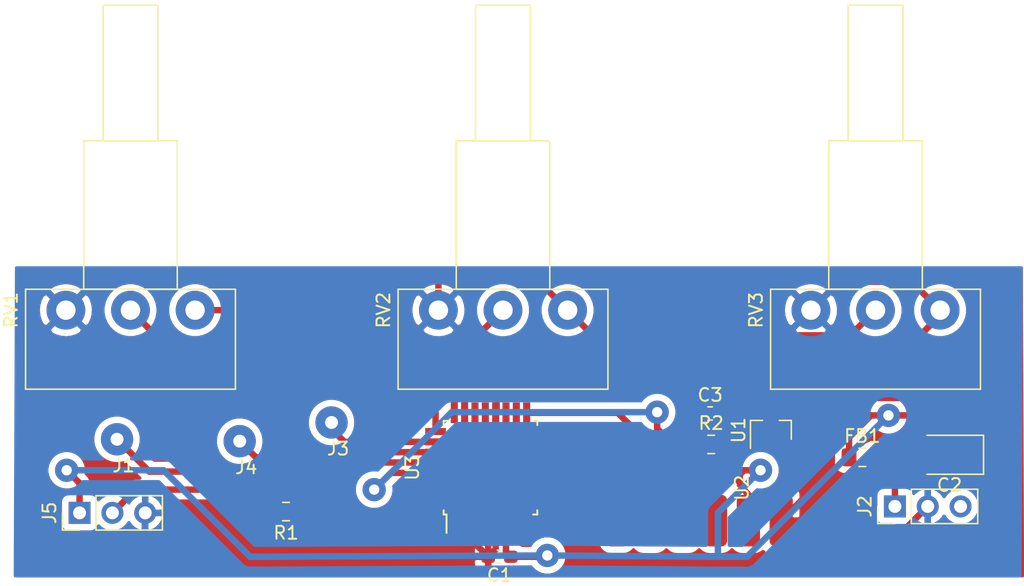
<source format=kicad_pcb>
(kicad_pcb (version 20171130) (host pcbnew "(5.1.5-0-10_14)")

  (general
    (thickness 1.6)
    (drawings 0)
    (tracks 168)
    (zones 0)
    (modules 17)
    (nets 17)
  )

  (page A4)
  (layers
    (0 F.Cu signal)
    (31 B.Cu signal)
    (32 B.Adhes user)
    (33 F.Adhes user)
    (34 B.Paste user)
    (35 F.Paste user)
    (36 B.SilkS user)
    (37 F.SilkS user)
    (38 B.Mask user)
    (39 F.Mask user)
    (40 Dwgs.User user)
    (41 Cmts.User user)
    (42 Eco1.User user)
    (43 Eco2.User user)
    (44 Edge.Cuts user)
    (45 Margin user)
    (46 B.CrtYd user)
    (47 F.CrtYd user)
    (48 B.Fab user)
    (49 F.Fab user)
  )

  (setup
    (last_trace_width 0.5)
    (user_trace_width 0.5)
    (trace_clearance 0.2)
    (zone_clearance 0.508)
    (zone_45_only no)
    (trace_min 0.2)
    (via_size 0.8)
    (via_drill 0.4)
    (via_min_size 0.4)
    (via_min_drill 0.3)
    (user_via 1.8 0.8)
    (uvia_size 0.3)
    (uvia_drill 0.1)
    (uvias_allowed no)
    (uvia_min_size 0.2)
    (uvia_min_drill 0.1)
    (edge_width 0.05)
    (segment_width 0.2)
    (pcb_text_width 0.3)
    (pcb_text_size 1.5 1.5)
    (mod_edge_width 0.12)
    (mod_text_size 1 1)
    (mod_text_width 0.15)
    (pad_size 1.524 1.524)
    (pad_drill 0.762)
    (pad_to_mask_clearance 0.051)
    (solder_mask_min_width 0.25)
    (aux_axis_origin 0 0)
    (visible_elements FFFFFF7F)
    (pcbplotparams
      (layerselection 0x00000_ffffffff)
      (usegerberextensions false)
      (usegerberattributes false)
      (usegerberadvancedattributes false)
      (creategerberjobfile false)
      (excludeedgelayer true)
      (linewidth 0.100000)
      (plotframeref false)
      (viasonmask false)
      (mode 1)
      (useauxorigin false)
      (hpglpennumber 1)
      (hpglpenspeed 20)
      (hpglpendiameter 15.000000)
      (psnegative false)
      (psa4output false)
      (plotreference true)
      (plotvalue true)
      (plotinvisibletext false)
      (padsonsilk false)
      (subtractmaskfromsilk false)
      (outputformat 4)
      (mirror false)
      (drillshape 1)
      (scaleselection 1)
      (outputdirectory ""))
  )

  (net 0 "")
  (net 1 GND)
  (net 2 +5V)
  (net 3 "Net-(FB1-Pad2)")
  (net 4 "Net-(J1-Pad1)")
  (net 5 "Net-(J3-Pad1)")
  (net 6 "Net-(J4-Pad1)")
  (net 7 "Net-(J5-Pad2)")
  (net 8 /pix)
  (net 9 /r_pot)
  (net 10 /g_pot)
  (net 11 /b_pot)
  (net 12 /reset)
  (net 13 /sck)
  (net 14 /miso)
  (net 15 /mosi)
  (net 16 +1V0)

  (net_class Default "This is the default net class."
    (clearance 0.2)
    (trace_width 0.25)
    (via_dia 0.8)
    (via_drill 0.4)
    (uvia_dia 0.3)
    (uvia_drill 0.1)
    (add_net +1V0)
    (add_net +5V)
    (add_net /b_pot)
    (add_net /g_pot)
    (add_net /miso)
    (add_net /mosi)
    (add_net /pix)
    (add_net /r_pot)
    (add_net /reset)
    (add_net /sck)
    (add_net GND)
    (add_net "Net-(FB1-Pad2)")
    (add_net "Net-(J1-Pad1)")
    (add_net "Net-(J3-Pad1)")
    (add_net "Net-(J4-Pad1)")
    (add_net "Net-(J5-Pad2)")
  )

  (module synkie_footprints:PinHeader_1x03_P2.54mm_Vertical (layer F.Cu) (tedit 59FED5CC) (tstamp 6122A799)
    (at 142 124.1 90)
    (descr "Through hole straight pin header, 1x03, 2.54mm pitch, single row")
    (tags "Through hole pin header THT 1x03 2.54mm single row")
    (path /61240226)
    (fp_text reference J5 (at 0 -2.33 90) (layer F.SilkS)
      (effects (font (size 1 1) (thickness 0.15)))
    )
    (fp_text value Conn_01x03 (at 0 7.41 90) (layer F.Fab)
      (effects (font (size 1 1) (thickness 0.15)))
    )
    (fp_text user %R (at 0 2.54) (layer F.Fab)
      (effects (font (size 1 1) (thickness 0.15)))
    )
    (fp_line (start 1.8 -1.8) (end -1.8 -1.8) (layer F.CrtYd) (width 0.05))
    (fp_line (start 1.8 6.85) (end 1.8 -1.8) (layer F.CrtYd) (width 0.05))
    (fp_line (start -1.8 6.85) (end 1.8 6.85) (layer F.CrtYd) (width 0.05))
    (fp_line (start -1.8 -1.8) (end -1.8 6.85) (layer F.CrtYd) (width 0.05))
    (fp_line (start -1.33 -1.33) (end 0 -1.33) (layer F.SilkS) (width 0.12))
    (fp_line (start -1.33 0) (end -1.33 -1.33) (layer F.SilkS) (width 0.12))
    (fp_line (start -1.33 1.27) (end 1.33 1.27) (layer F.SilkS) (width 0.12))
    (fp_line (start 1.33 1.27) (end 1.33 6.41) (layer F.SilkS) (width 0.12))
    (fp_line (start -1.33 1.27) (end -1.33 6.41) (layer F.SilkS) (width 0.12))
    (fp_line (start -1.33 6.41) (end 1.33 6.41) (layer F.SilkS) (width 0.12))
    (fp_line (start -1.27 -0.635) (end -0.635 -1.27) (layer F.Fab) (width 0.1))
    (fp_line (start -1.27 6.35) (end -1.27 -0.635) (layer F.Fab) (width 0.1))
    (fp_line (start 1.27 6.35) (end -1.27 6.35) (layer F.Fab) (width 0.1))
    (fp_line (start 1.27 -1.27) (end 1.27 6.35) (layer F.Fab) (width 0.1))
    (fp_line (start -0.635 -1.27) (end 1.27 -1.27) (layer F.Fab) (width 0.1))
    (pad 3 thru_hole oval (at 0 5.08 90) (size 1.7 1.7) (drill 1) (layers *.Cu *.Mask)
      (net 1 GND))
    (pad 2 thru_hole oval (at 0 2.54 90) (size 1.7 1.7) (drill 1) (layers *.Cu *.Mask)
      (net 7 "Net-(J5-Pad2)"))
    (pad 1 thru_hole rect (at 0 0 90) (size 1.7 1.7) (drill 1) (layers *.Cu *.Mask)
      (net 2 +5V))
    (model ${KISYS3DMOD}/Connector_PinHeader_2.54mm.3dshapes/PinHeader_1x03_P2.54mm_Vertical.wrl
      (at (xyz 0 0 0))
      (scale (xyz 1 1 1))
      (rotate (xyz 0 0 0))
    )
  )

  (module Package_QFP:TQFP-32_7x7mm_P0.8mm (layer F.Cu) (tedit 5A02F146) (tstamp 61229B8F)
    (at 173.8 120.6 90)
    (descr "32-Lead Plastic Thin Quad Flatpack (PT) - 7x7x1.0 mm Body, 2.00 mm [TQFP] (see Microchip Packaging Specification 00000049BS.pdf)")
    (tags "QFP 0.8")
    (path /6122682F)
    (attr smd)
    (fp_text reference U3 (at 0 -6.05 90) (layer F.SilkS)
      (effects (font (size 1 1) (thickness 0.15)))
    )
    (fp_text value ATmega88-20AU (at 0 6.05 90) (layer F.Fab)
      (effects (font (size 1 1) (thickness 0.15)))
    )
    (fp_line (start -3.625 -3.4) (end -5.05 -3.4) (layer F.SilkS) (width 0.15))
    (fp_line (start 3.625 -3.625) (end 3.3 -3.625) (layer F.SilkS) (width 0.15))
    (fp_line (start 3.625 3.625) (end 3.3 3.625) (layer F.SilkS) (width 0.15))
    (fp_line (start -3.625 3.625) (end -3.3 3.625) (layer F.SilkS) (width 0.15))
    (fp_line (start -3.625 -3.625) (end -3.3 -3.625) (layer F.SilkS) (width 0.15))
    (fp_line (start -3.625 3.625) (end -3.625 3.3) (layer F.SilkS) (width 0.15))
    (fp_line (start 3.625 3.625) (end 3.625 3.3) (layer F.SilkS) (width 0.15))
    (fp_line (start 3.625 -3.625) (end 3.625 -3.3) (layer F.SilkS) (width 0.15))
    (fp_line (start -3.625 -3.625) (end -3.625 -3.4) (layer F.SilkS) (width 0.15))
    (fp_line (start -5.3 5.3) (end 5.3 5.3) (layer F.CrtYd) (width 0.05))
    (fp_line (start -5.3 -5.3) (end 5.3 -5.3) (layer F.CrtYd) (width 0.05))
    (fp_line (start 5.3 -5.3) (end 5.3 5.3) (layer F.CrtYd) (width 0.05))
    (fp_line (start -5.3 -5.3) (end -5.3 5.3) (layer F.CrtYd) (width 0.05))
    (fp_line (start -3.5 -2.5) (end -2.5 -3.5) (layer F.Fab) (width 0.15))
    (fp_line (start -3.5 3.5) (end -3.5 -2.5) (layer F.Fab) (width 0.15))
    (fp_line (start 3.5 3.5) (end -3.5 3.5) (layer F.Fab) (width 0.15))
    (fp_line (start 3.5 -3.5) (end 3.5 3.5) (layer F.Fab) (width 0.15))
    (fp_line (start -2.5 -3.5) (end 3.5 -3.5) (layer F.Fab) (width 0.15))
    (fp_text user %R (at 0 0 90) (layer F.Fab)
      (effects (font (size 1 1) (thickness 0.15)))
    )
    (pad 32 smd rect (at -2.8 -4.25 180) (size 1.6 0.55) (layers F.Cu F.Paste F.Mask))
    (pad 31 smd rect (at -2 -4.25 180) (size 1.6 0.55) (layers F.Cu F.Paste F.Mask)
      (net 8 /pix))
    (pad 30 smd rect (at -1.2 -4.25 180) (size 1.6 0.55) (layers F.Cu F.Paste F.Mask))
    (pad 29 smd rect (at -0.4 -4.25 180) (size 1.6 0.55) (layers F.Cu F.Paste F.Mask)
      (net 12 /reset))
    (pad 28 smd rect (at 0.4 -4.25 180) (size 1.6 0.55) (layers F.Cu F.Paste F.Mask)
      (net 4 "Net-(J1-Pad1)"))
    (pad 27 smd rect (at 1.2 -4.25 180) (size 1.6 0.55) (layers F.Cu F.Paste F.Mask)
      (net 6 "Net-(J4-Pad1)"))
    (pad 26 smd rect (at 2 -4.25 180) (size 1.6 0.55) (layers F.Cu F.Paste F.Mask)
      (net 5 "Net-(J3-Pad1)"))
    (pad 25 smd rect (at 2.8 -4.25 180) (size 1.6 0.55) (layers F.Cu F.Paste F.Mask)
      (net 9 /r_pot))
    (pad 24 smd rect (at 4.25 -2.8 90) (size 1.6 0.55) (layers F.Cu F.Paste F.Mask)
      (net 10 /g_pot))
    (pad 23 smd rect (at 4.25 -2 90) (size 1.6 0.55) (layers F.Cu F.Paste F.Mask)
      (net 11 /b_pot))
    (pad 22 smd rect (at 4.25 -1.2 90) (size 1.6 0.55) (layers F.Cu F.Paste F.Mask))
    (pad 21 smd rect (at 4.25 -0.4 90) (size 1.6 0.55) (layers F.Cu F.Paste F.Mask)
      (net 1 GND))
    (pad 20 smd rect (at 4.25 0.4 90) (size 1.6 0.55) (layers F.Cu F.Paste F.Mask)
      (net 16 +1V0))
    (pad 19 smd rect (at 4.25 1.2 90) (size 1.6 0.55) (layers F.Cu F.Paste F.Mask))
    (pad 18 smd rect (at 4.25 2 90) (size 1.6 0.55) (layers F.Cu F.Paste F.Mask)
      (net 2 +5V))
    (pad 17 smd rect (at 4.25 2.8 90) (size 1.6 0.55) (layers F.Cu F.Paste F.Mask)
      (net 13 /sck))
    (pad 16 smd rect (at 2.8 4.25 180) (size 1.6 0.55) (layers F.Cu F.Paste F.Mask)
      (net 14 /miso))
    (pad 15 smd rect (at 2 4.25 180) (size 1.6 0.55) (layers F.Cu F.Paste F.Mask)
      (net 15 /mosi))
    (pad 14 smd rect (at 1.2 4.25 180) (size 1.6 0.55) (layers F.Cu F.Paste F.Mask))
    (pad 13 smd rect (at 0.4 4.25 180) (size 1.6 0.55) (layers F.Cu F.Paste F.Mask))
    (pad 12 smd rect (at -0.4 4.25 180) (size 1.6 0.55) (layers F.Cu F.Paste F.Mask))
    (pad 11 smd rect (at -1.2 4.25 180) (size 1.6 0.55) (layers F.Cu F.Paste F.Mask))
    (pad 10 smd rect (at -2 4.25 180) (size 1.6 0.55) (layers F.Cu F.Paste F.Mask))
    (pad 9 smd rect (at -2.8 4.25 180) (size 1.6 0.55) (layers F.Cu F.Paste F.Mask))
    (pad 8 smd rect (at -4.25 2.8 90) (size 1.6 0.55) (layers F.Cu F.Paste F.Mask))
    (pad 7 smd rect (at -4.25 2 90) (size 1.6 0.55) (layers F.Cu F.Paste F.Mask))
    (pad 6 smd rect (at -4.25 1.2 90) (size 1.6 0.55) (layers F.Cu F.Paste F.Mask)
      (net 2 +5V))
    (pad 5 smd rect (at -4.25 0.4 90) (size 1.6 0.55) (layers F.Cu F.Paste F.Mask)
      (net 1 GND))
    (pad 4 smd rect (at -4.25 -0.4 90) (size 1.6 0.55) (layers F.Cu F.Paste F.Mask)
      (net 2 +5V))
    (pad 3 smd rect (at -4.25 -1.2 90) (size 1.6 0.55) (layers F.Cu F.Paste F.Mask)
      (net 1 GND))
    (pad 2 smd rect (at -4.25 -2 90) (size 1.6 0.55) (layers F.Cu F.Paste F.Mask))
    (pad 1 smd rect (at -4.25 -2.8 90) (size 1.6 0.55) (layers F.Cu F.Paste F.Mask))
    (model ${KISYS3DMOD}/Package_QFP.3dshapes/TQFP-32_7x7mm_P0.8mm.wrl
      (at (xyz 0 0 0))
      (scale (xyz 1 1 1))
      (rotate (xyz 0 0 0))
    )
  )

  (module synkie_footprints:SOT-23 (layer F.Cu) (tedit 5A02FF57) (tstamp 61229B46)
    (at 195.5 117.7 90)
    (descr "SOT-23, Standard")
    (tags SOT-23)
    (path /61229CBA)
    (attr smd)
    (fp_text reference U1 (at 0 -2.5 90) (layer F.SilkS)
      (effects (font (size 1 1) (thickness 0.15)))
    )
    (fp_text value ADR510 (at 0 2.5 90) (layer F.Fab)
      (effects (font (size 1 1) (thickness 0.15)))
    )
    (fp_line (start 0.76 1.58) (end -0.7 1.58) (layer F.SilkS) (width 0.12))
    (fp_line (start 0.76 -1.58) (end -1.4 -1.58) (layer F.SilkS) (width 0.12))
    (fp_line (start -1.7 1.75) (end -1.7 -1.75) (layer F.CrtYd) (width 0.05))
    (fp_line (start 1.7 1.75) (end -1.7 1.75) (layer F.CrtYd) (width 0.05))
    (fp_line (start 1.7 -1.75) (end 1.7 1.75) (layer F.CrtYd) (width 0.05))
    (fp_line (start -1.7 -1.75) (end 1.7 -1.75) (layer F.CrtYd) (width 0.05))
    (fp_line (start 0.76 -1.58) (end 0.76 -0.65) (layer F.SilkS) (width 0.12))
    (fp_line (start 0.76 1.58) (end 0.76 0.65) (layer F.SilkS) (width 0.12))
    (fp_line (start -0.7 1.52) (end 0.7 1.52) (layer F.Fab) (width 0.1))
    (fp_line (start 0.7 -1.52) (end 0.7 1.52) (layer F.Fab) (width 0.1))
    (fp_line (start -0.7 -0.95) (end -0.15 -1.52) (layer F.Fab) (width 0.1))
    (fp_line (start -0.15 -1.52) (end 0.7 -1.52) (layer F.Fab) (width 0.1))
    (fp_line (start -0.7 -0.95) (end -0.7 1.5) (layer F.Fab) (width 0.1))
    (fp_text user %R (at 0 0) (layer F.Fab)
      (effects (font (size 0.5 0.5) (thickness 0.075)))
    )
    (pad 3 smd rect (at 1 0 90) (size 0.9 0.8) (layers F.Cu F.Paste F.Mask))
    (pad 2 smd rect (at -1 0.95 90) (size 0.9 0.8) (layers F.Cu F.Paste F.Mask)
      (net 1 GND))
    (pad 1 smd rect (at -1 -0.95 90) (size 0.9 0.8) (layers F.Cu F.Paste F.Mask)
      (net 16 +1V0))
    (model ${KISYS3DMOD}/Package_TO_SOT_SMD.3dshapes/SOT-23.wrl
      (at (xyz 0 0 0))
      (scale (xyz 1 1 1))
      (rotate (xyz 0 0 0))
    )
  )

  (module synkie_footprints:R_0805_2012Metric_Pad1.15x1.40mm_HandSolder (layer F.Cu) (tedit 5B36C52B) (tstamp 61229A5F)
    (at 190.875 118.8)
    (descr "Resistor SMD 0805 (2012 Metric), square (rectangular) end terminal, IPC_7351 nominal with elongated pad for handsoldering. (Body size source: https://docs.google.com/spreadsheets/d/1BsfQQcO9C6DZCsRaXUlFlo91Tg2WpOkGARC1WS5S8t0/edit?usp=sharing), generated with kicad-footprint-generator")
    (tags "resistor handsolder")
    (path /6122BFE2)
    (attr smd)
    (fp_text reference R2 (at 0 -1.65) (layer F.SilkS)
      (effects (font (size 1 1) (thickness 0.15)))
    )
    (fp_text value R (at 0 1.65) (layer F.Fab)
      (effects (font (size 1 1) (thickness 0.15)))
    )
    (fp_text user %R (at 0 0) (layer F.Fab)
      (effects (font (size 0.5 0.5) (thickness 0.08)))
    )
    (fp_line (start 1.85 0.95) (end -1.85 0.95) (layer F.CrtYd) (width 0.05))
    (fp_line (start 1.85 -0.95) (end 1.85 0.95) (layer F.CrtYd) (width 0.05))
    (fp_line (start -1.85 -0.95) (end 1.85 -0.95) (layer F.CrtYd) (width 0.05))
    (fp_line (start -1.85 0.95) (end -1.85 -0.95) (layer F.CrtYd) (width 0.05))
    (fp_line (start -0.261252 0.71) (end 0.261252 0.71) (layer F.SilkS) (width 0.12))
    (fp_line (start -0.261252 -0.71) (end 0.261252 -0.71) (layer F.SilkS) (width 0.12))
    (fp_line (start 1 0.6) (end -1 0.6) (layer F.Fab) (width 0.1))
    (fp_line (start 1 -0.6) (end 1 0.6) (layer F.Fab) (width 0.1))
    (fp_line (start -1 -0.6) (end 1 -0.6) (layer F.Fab) (width 0.1))
    (fp_line (start -1 0.6) (end -1 -0.6) (layer F.Fab) (width 0.1))
    (pad 2 smd roundrect (at 1.025 0) (size 1.15 1.4) (layers F.Cu F.Paste F.Mask) (roundrect_rratio 0.217391)
      (net 16 +1V0))
    (pad 1 smd roundrect (at -1.025 0) (size 1.15 1.4) (layers F.Cu F.Paste F.Mask) (roundrect_rratio 0.217391)
      (net 2 +5V))
    (model ${KISYS3DMOD}/Resistor_SMD.3dshapes/R_0805_2012Metric.wrl
      (at (xyz 0 0 0))
      (scale (xyz 1 1 1))
      (rotate (xyz 0 0 0))
    )
  )

  (module synkie_footprints:C_0603_1608Metric_Pad1.05x0.95mm_HandSolder (layer F.Cu) (tedit 5B301BBE) (tstamp 6122999E)
    (at 190.8 116.4)
    (descr "Capacitor SMD 0603 (1608 Metric), square (rectangular) end terminal, IPC_7351 nominal with elongated pad for handsoldering. (Body size source: http://www.tortai-tech.com/upload/download/2011102023233369053.pdf), generated with kicad-footprint-generator")
    (tags "capacitor handsolder")
    (path /6122F2A9)
    (attr smd)
    (fp_text reference C3 (at 0 -1.43) (layer F.SilkS)
      (effects (font (size 1 1) (thickness 0.15)))
    )
    (fp_text value C (at 0 1.43) (layer F.Fab)
      (effects (font (size 1 1) (thickness 0.15)))
    )
    (fp_text user %R (at 0 0) (layer F.Fab)
      (effects (font (size 0.4 0.4) (thickness 0.06)))
    )
    (fp_line (start 1.65 0.73) (end -1.65 0.73) (layer F.CrtYd) (width 0.05))
    (fp_line (start 1.65 -0.73) (end 1.65 0.73) (layer F.CrtYd) (width 0.05))
    (fp_line (start -1.65 -0.73) (end 1.65 -0.73) (layer F.CrtYd) (width 0.05))
    (fp_line (start -1.65 0.73) (end -1.65 -0.73) (layer F.CrtYd) (width 0.05))
    (fp_line (start -0.171267 0.51) (end 0.171267 0.51) (layer F.SilkS) (width 0.12))
    (fp_line (start -0.171267 -0.51) (end 0.171267 -0.51) (layer F.SilkS) (width 0.12))
    (fp_line (start 0.8 0.4) (end -0.8 0.4) (layer F.Fab) (width 0.1))
    (fp_line (start 0.8 -0.4) (end 0.8 0.4) (layer F.Fab) (width 0.1))
    (fp_line (start -0.8 -0.4) (end 0.8 -0.4) (layer F.Fab) (width 0.1))
    (fp_line (start -0.8 0.4) (end -0.8 -0.4) (layer F.Fab) (width 0.1))
    (pad 2 smd roundrect (at 0.875 0) (size 1.05 0.95) (layers F.Cu F.Paste F.Mask) (roundrect_rratio 0.25)
      (net 1 GND))
    (pad 1 smd roundrect (at -0.875 0) (size 1.05 0.95) (layers F.Cu F.Paste F.Mask) (roundrect_rratio 0.25)
      (net 16 +1V0))
    (model ${KISYS3DMOD}/Capacitor_SMD.3dshapes/C_0603_1608Metric.wrl
      (at (xyz 0 0 0))
      (scale (xyz 1 1 1))
      (rotate (xyz 0 0 0))
    )
  )

  (module anyma_footprints:Pinhead_SMD_6 (layer F.Cu) (tedit 5C51757F) (tstamp 610EDD7D)
    (at 193.76 122.16 270)
    (path /610FDBC3)
    (fp_text reference U2 (at 0 0.5 90) (layer F.SilkS)
      (effects (font (size 1 1) (thickness 0.15)))
    )
    (fp_text value AnymaISP (at 0 -0.5 90) (layer F.Fab)
      (effects (font (size 1 1) (thickness 0.15)))
    )
    (pad 6 smd roundrect (at 2.54 10.16 270) (size 4 1.8) (layers F.Cu F.Paste F.Mask) (roundrect_rratio 0.25)
      (net 15 /mosi))
    (pad 5 smd roundrect (at 2.54 7.62 270) (size 4 1.8) (layers F.Cu F.Paste F.Mask) (roundrect_rratio 0.25)
      (net 14 /miso))
    (pad 4 smd roundrect (at 2.54 5.08 270) (size 4 1.8) (layers F.Cu F.Paste F.Mask) (roundrect_rratio 0.25)
      (net 13 /sck))
    (pad 3 smd roundrect (at 2.54 2.54 270) (size 4 1.8) (layers F.Cu F.Paste F.Mask) (roundrect_rratio 0.25)
      (net 12 /reset))
    (pad 2 smd roundrect (at 2.54 0 270) (size 4 1.8) (layers F.Cu F.Paste F.Mask) (roundrect_rratio 0.25)
      (net 2 +5V))
    (pad 1 smd roundrect (at 2.54 -2.54 270) (size 4 1.8) (layers F.Cu F.Paste F.Mask) (roundrect_rratio 0.25)
      (net 1 GND))
  )

  (module synkie_footprints:Potentiometer_Uwe_100k (layer F.Cu) (tedit 5F889378) (tstamp 610ED477)
    (at 208.6 108.4 90)
    (descr Potentiometer_Uwe_100k)
    (tags "Potentiometer Uwe 100k")
    (path /610EE9D1)
    (fp_text reference RV3 (at 0 -14.25 90) (layer F.SilkS)
      (effects (font (size 1 1) (thickness 0.15)))
    )
    (fp_text value R_POT (at 0 4.25 90) (layer F.Fab)
      (effects (font (size 1 1) (thickness 0.15)))
    )
    (fp_text user %R (at -2.25 -5 90) (layer F.Fab)
      (effects (font (size 1 1) (thickness 0.15)))
    )
    (fp_line (start 24 -13.25) (end -6.25 -13.25) (layer F.CrtYd) (width 0.05))
    (fp_line (start 24 3.25) (end 24 -13.25) (layer F.CrtYd) (width 0.05))
    (fp_line (start -6.25 3.25) (end 24 3.25) (layer F.CrtYd) (width 0.05))
    (fp_line (start -6.25 -13.25) (end -6.25 3.25) (layer F.CrtYd) (width 0.05))
    (fp_line (start 23.62 -7.12) (end 23.62 -2.88) (layer F.SilkS) (width 0.12))
    (fp_line (start 13.12 -7.12) (end 13.12 -2.88) (layer F.SilkS) (width 0.12))
    (fp_line (start 13.12 -2.88) (end 23.62 -2.88) (layer F.SilkS) (width 0.12))
    (fp_line (start 13.12 -7.12) (end 23.62 -7.12) (layer F.SilkS) (width 0.12))
    (fp_line (start 13.12 -8.62) (end 13.12 -1.38) (layer F.SilkS) (width 0.12))
    (fp_line (start 1.62 -8.62) (end 1.62 -1.38) (layer F.SilkS) (width 0.12))
    (fp_line (start 1.62 -1.38) (end 13.12 -1.38) (layer F.SilkS) (width 0.12))
    (fp_line (start 1.62 -8.62) (end 13.12 -8.62) (layer F.SilkS) (width 0.12))
    (fp_line (start 1.62 -13.12) (end 1.62 3.12) (layer F.SilkS) (width 0.12))
    (fp_line (start -6.12 -13.12) (end -6.12 3.12) (layer F.SilkS) (width 0.12))
    (fp_line (start -6.12 3.12) (end 1.62 3.12) (layer F.SilkS) (width 0.12))
    (fp_line (start -6.12 -13.12) (end 1.62 -13.12) (layer F.SilkS) (width 0.12))
    (fp_line (start 23.5 -7) (end 13 -7) (layer F.Fab) (width 0.1))
    (fp_line (start 23.5 -3) (end 23.5 -7) (layer F.Fab) (width 0.1))
    (fp_line (start 13 -3) (end 23.5 -3) (layer F.Fab) (width 0.1))
    (fp_line (start 13 -7) (end 13 -3) (layer F.Fab) (width 0.1))
    (fp_line (start 13 -8.5) (end 1.5 -8.5) (layer F.Fab) (width 0.1))
    (fp_line (start 13 -1.5) (end 13 -8.5) (layer F.Fab) (width 0.1))
    (fp_line (start 1.5 -1.5) (end 13 -1.5) (layer F.Fab) (width 0.1))
    (fp_line (start 1.5 -8.5) (end 1.5 -1.5) (layer F.Fab) (width 0.1))
    (fp_line (start 1.5 -13) (end -6 -13) (layer F.Fab) (width 0.1))
    (fp_line (start 1.5 3) (end 1.5 -13) (layer F.Fab) (width 0.1))
    (fp_line (start -6 3) (end 1.5 3) (layer F.Fab) (width 0.1))
    (fp_line (start -6 -13) (end -6 3) (layer F.Fab) (width 0.1))
    (pad 1 thru_hole circle (at 0 0 90) (size 3 3) (drill 1.5) (layers *.Cu *.Mask)
      (net 16 +1V0))
    (pad 2 thru_hole circle (at 0 -5 90) (size 3 3) (drill 1.5) (layers *.Cu *.Mask)
      (net 11 /b_pot))
    (pad 3 thru_hole circle (at 0 -10 90) (size 3 3) (drill 1.5) (layers *.Cu *.Mask)
      (net 1 GND))
    (model ${KISYS3DMOD}/Potentiometer_THT.3dshapes/Potentiometer_Piher_T-16H_Single_Horizontal.wrl
      (at (xyz 0 0 0))
      (scale (xyz 1 1 1))
      (rotate (xyz 0 0 0))
    )
  )

  (module synkie_footprints:Potentiometer_Uwe_100k (layer F.Cu) (tedit 5F889378) (tstamp 610ED453)
    (at 179.77 108.4 90)
    (descr Potentiometer_Uwe_100k)
    (tags "Potentiometer Uwe 100k")
    (path /610EE686)
    (fp_text reference RV2 (at 0 -14.25 90) (layer F.SilkS)
      (effects (font (size 1 1) (thickness 0.15)))
    )
    (fp_text value R_POT (at 0 4.25 90) (layer F.Fab)
      (effects (font (size 1 1) (thickness 0.15)))
    )
    (fp_text user %R (at -2.25 -5 90) (layer F.Fab)
      (effects (font (size 1 1) (thickness 0.15)))
    )
    (fp_line (start 24 -13.25) (end -6.25 -13.25) (layer F.CrtYd) (width 0.05))
    (fp_line (start 24 3.25) (end 24 -13.25) (layer F.CrtYd) (width 0.05))
    (fp_line (start -6.25 3.25) (end 24 3.25) (layer F.CrtYd) (width 0.05))
    (fp_line (start -6.25 -13.25) (end -6.25 3.25) (layer F.CrtYd) (width 0.05))
    (fp_line (start 23.62 -7.12) (end 23.62 -2.88) (layer F.SilkS) (width 0.12))
    (fp_line (start 13.12 -7.12) (end 13.12 -2.88) (layer F.SilkS) (width 0.12))
    (fp_line (start 13.12 -2.88) (end 23.62 -2.88) (layer F.SilkS) (width 0.12))
    (fp_line (start 13.12 -7.12) (end 23.62 -7.12) (layer F.SilkS) (width 0.12))
    (fp_line (start 13.12 -8.62) (end 13.12 -1.38) (layer F.SilkS) (width 0.12))
    (fp_line (start 1.62 -8.62) (end 1.62 -1.38) (layer F.SilkS) (width 0.12))
    (fp_line (start 1.62 -1.38) (end 13.12 -1.38) (layer F.SilkS) (width 0.12))
    (fp_line (start 1.62 -8.62) (end 13.12 -8.62) (layer F.SilkS) (width 0.12))
    (fp_line (start 1.62 -13.12) (end 1.62 3.12) (layer F.SilkS) (width 0.12))
    (fp_line (start -6.12 -13.12) (end -6.12 3.12) (layer F.SilkS) (width 0.12))
    (fp_line (start -6.12 3.12) (end 1.62 3.12) (layer F.SilkS) (width 0.12))
    (fp_line (start -6.12 -13.12) (end 1.62 -13.12) (layer F.SilkS) (width 0.12))
    (fp_line (start 23.5 -7) (end 13 -7) (layer F.Fab) (width 0.1))
    (fp_line (start 23.5 -3) (end 23.5 -7) (layer F.Fab) (width 0.1))
    (fp_line (start 13 -3) (end 23.5 -3) (layer F.Fab) (width 0.1))
    (fp_line (start 13 -7) (end 13 -3) (layer F.Fab) (width 0.1))
    (fp_line (start 13 -8.5) (end 1.5 -8.5) (layer F.Fab) (width 0.1))
    (fp_line (start 13 -1.5) (end 13 -8.5) (layer F.Fab) (width 0.1))
    (fp_line (start 1.5 -1.5) (end 13 -1.5) (layer F.Fab) (width 0.1))
    (fp_line (start 1.5 -8.5) (end 1.5 -1.5) (layer F.Fab) (width 0.1))
    (fp_line (start 1.5 -13) (end -6 -13) (layer F.Fab) (width 0.1))
    (fp_line (start 1.5 3) (end 1.5 -13) (layer F.Fab) (width 0.1))
    (fp_line (start -6 3) (end 1.5 3) (layer F.Fab) (width 0.1))
    (fp_line (start -6 -13) (end -6 3) (layer F.Fab) (width 0.1))
    (pad 1 thru_hole circle (at 0 0 90) (size 3 3) (drill 1.5) (layers *.Cu *.Mask)
      (net 16 +1V0))
    (pad 2 thru_hole circle (at 0 -5 90) (size 3 3) (drill 1.5) (layers *.Cu *.Mask)
      (net 10 /g_pot))
    (pad 3 thru_hole circle (at 0 -10 90) (size 3 3) (drill 1.5) (layers *.Cu *.Mask)
      (net 1 GND))
    (model ${KISYS3DMOD}/Potentiometer_THT.3dshapes/Potentiometer_Piher_T-16H_Single_Horizontal.wrl
      (at (xyz 0 0 0))
      (scale (xyz 1 1 1))
      (rotate (xyz 0 0 0))
    )
  )

  (module synkie_footprints:Potentiometer_Uwe_100k (layer F.Cu) (tedit 5F889378) (tstamp 610ED42F)
    (at 150.94 108.4 90)
    (descr Potentiometer_Uwe_100k)
    (tags "Potentiometer Uwe 100k")
    (path /610EDF63)
    (fp_text reference RV1 (at 0 -14.25 90) (layer F.SilkS)
      (effects (font (size 1 1) (thickness 0.15)))
    )
    (fp_text value R_POT (at 0 4.25 90) (layer F.Fab)
      (effects (font (size 1 1) (thickness 0.15)))
    )
    (fp_text user %R (at -2.25 -5 90) (layer F.Fab)
      (effects (font (size 1 1) (thickness 0.15)))
    )
    (fp_line (start 24 -13.25) (end -6.25 -13.25) (layer F.CrtYd) (width 0.05))
    (fp_line (start 24 3.25) (end 24 -13.25) (layer F.CrtYd) (width 0.05))
    (fp_line (start -6.25 3.25) (end 24 3.25) (layer F.CrtYd) (width 0.05))
    (fp_line (start -6.25 -13.25) (end -6.25 3.25) (layer F.CrtYd) (width 0.05))
    (fp_line (start 23.62 -7.12) (end 23.62 -2.88) (layer F.SilkS) (width 0.12))
    (fp_line (start 13.12 -7.12) (end 13.12 -2.88) (layer F.SilkS) (width 0.12))
    (fp_line (start 13.12 -2.88) (end 23.62 -2.88) (layer F.SilkS) (width 0.12))
    (fp_line (start 13.12 -7.12) (end 23.62 -7.12) (layer F.SilkS) (width 0.12))
    (fp_line (start 13.12 -8.62) (end 13.12 -1.38) (layer F.SilkS) (width 0.12))
    (fp_line (start 1.62 -8.62) (end 1.62 -1.38) (layer F.SilkS) (width 0.12))
    (fp_line (start 1.62 -1.38) (end 13.12 -1.38) (layer F.SilkS) (width 0.12))
    (fp_line (start 1.62 -8.62) (end 13.12 -8.62) (layer F.SilkS) (width 0.12))
    (fp_line (start 1.62 -13.12) (end 1.62 3.12) (layer F.SilkS) (width 0.12))
    (fp_line (start -6.12 -13.12) (end -6.12 3.12) (layer F.SilkS) (width 0.12))
    (fp_line (start -6.12 3.12) (end 1.62 3.12) (layer F.SilkS) (width 0.12))
    (fp_line (start -6.12 -13.12) (end 1.62 -13.12) (layer F.SilkS) (width 0.12))
    (fp_line (start 23.5 -7) (end 13 -7) (layer F.Fab) (width 0.1))
    (fp_line (start 23.5 -3) (end 23.5 -7) (layer F.Fab) (width 0.1))
    (fp_line (start 13 -3) (end 23.5 -3) (layer F.Fab) (width 0.1))
    (fp_line (start 13 -7) (end 13 -3) (layer F.Fab) (width 0.1))
    (fp_line (start 13 -8.5) (end 1.5 -8.5) (layer F.Fab) (width 0.1))
    (fp_line (start 13 -1.5) (end 13 -8.5) (layer F.Fab) (width 0.1))
    (fp_line (start 1.5 -1.5) (end 13 -1.5) (layer F.Fab) (width 0.1))
    (fp_line (start 1.5 -8.5) (end 1.5 -1.5) (layer F.Fab) (width 0.1))
    (fp_line (start 1.5 -13) (end -6 -13) (layer F.Fab) (width 0.1))
    (fp_line (start 1.5 3) (end 1.5 -13) (layer F.Fab) (width 0.1))
    (fp_line (start -6 3) (end 1.5 3) (layer F.Fab) (width 0.1))
    (fp_line (start -6 -13) (end -6 3) (layer F.Fab) (width 0.1))
    (pad 1 thru_hole circle (at 0 0 90) (size 3 3) (drill 1.5) (layers *.Cu *.Mask)
      (net 16 +1V0))
    (pad 2 thru_hole circle (at 0 -5 90) (size 3 3) (drill 1.5) (layers *.Cu *.Mask)
      (net 9 /r_pot))
    (pad 3 thru_hole circle (at 0 -10 90) (size 3 3) (drill 1.5) (layers *.Cu *.Mask)
      (net 1 GND))
    (model ${KISYS3DMOD}/Potentiometer_THT.3dshapes/Potentiometer_Piher_T-16H_Single_Horizontal.wrl
      (at (xyz 0 0 0))
      (scale (xyz 1 1 1))
      (rotate (xyz 0 0 0))
    )
  )

  (module synkie_footprints:R_0805_2012Metric_Pad1.15x1.40mm_HandSolder (layer F.Cu) (tedit 5B36C52B) (tstamp 610ED40B)
    (at 157.975 124 180)
    (descr "Resistor SMD 0805 (2012 Metric), square (rectangular) end terminal, IPC_7351 nominal with elongated pad for handsoldering. (Body size source: https://docs.google.com/spreadsheets/d/1BsfQQcO9C6DZCsRaXUlFlo91Tg2WpOkGARC1WS5S8t0/edit?usp=sharing), generated with kicad-footprint-generator")
    (tags "resistor handsolder")
    (path /610ED350)
    (attr smd)
    (fp_text reference R1 (at 0 -1.65) (layer F.SilkS)
      (effects (font (size 1 1) (thickness 0.15)))
    )
    (fp_text value R (at 0 1.65) (layer F.Fab)
      (effects (font (size 1 1) (thickness 0.15)))
    )
    (fp_text user %R (at 0 0) (layer F.Fab)
      (effects (font (size 0.5 0.5) (thickness 0.08)))
    )
    (fp_line (start 1.85 0.95) (end -1.85 0.95) (layer F.CrtYd) (width 0.05))
    (fp_line (start 1.85 -0.95) (end 1.85 0.95) (layer F.CrtYd) (width 0.05))
    (fp_line (start -1.85 -0.95) (end 1.85 -0.95) (layer F.CrtYd) (width 0.05))
    (fp_line (start -1.85 0.95) (end -1.85 -0.95) (layer F.CrtYd) (width 0.05))
    (fp_line (start -0.261252 0.71) (end 0.261252 0.71) (layer F.SilkS) (width 0.12))
    (fp_line (start -0.261252 -0.71) (end 0.261252 -0.71) (layer F.SilkS) (width 0.12))
    (fp_line (start 1 0.6) (end -1 0.6) (layer F.Fab) (width 0.1))
    (fp_line (start 1 -0.6) (end 1 0.6) (layer F.Fab) (width 0.1))
    (fp_line (start -1 -0.6) (end 1 -0.6) (layer F.Fab) (width 0.1))
    (fp_line (start -1 0.6) (end -1 -0.6) (layer F.Fab) (width 0.1))
    (pad 2 smd roundrect (at 1.025 0 180) (size 1.15 1.4) (layers F.Cu F.Paste F.Mask) (roundrect_rratio 0.217391)
      (net 7 "Net-(J5-Pad2)"))
    (pad 1 smd roundrect (at -1.025 0 180) (size 1.15 1.4) (layers F.Cu F.Paste F.Mask) (roundrect_rratio 0.217391)
      (net 8 /pix))
    (model ${KISYS3DMOD}/Resistor_SMD.3dshapes/R_0805_2012Metric.wrl
      (at (xyz 0 0 0))
      (scale (xyz 1 1 1))
      (rotate (xyz 0 0 0))
    )
  )

  (module synkie_footprints:Solderpad_1mm (layer F.Cu) (tedit 5C6B1640) (tstamp 610ED3E3)
    (at 154.9 118.8)
    (path /610F583D)
    (fp_text reference J4 (at 0 1.778) (layer F.SilkS)
      (effects (font (size 1 1) (thickness 0.15)))
    )
    (fp_text value Conn_01x01 (at 0 -2.032) (layer F.Fab)
      (effects (font (size 1 1) (thickness 0.15)))
    )
    (pad 1 thru_hole circle (at -0.508 -0.254) (size 2.5 2.5) (drill 1) (layers *.Cu *.Mask)
      (net 6 "Net-(J4-Pad1)"))
  )

  (module synkie_footprints:Solderpad_1mm (layer F.Cu) (tedit 5C6B1640) (tstamp 610ED3DE)
    (at 162.008 117.354)
    (path /610F5582)
    (fp_text reference J3 (at 0 1.778) (layer F.SilkS)
      (effects (font (size 1 1) (thickness 0.15)))
    )
    (fp_text value Conn_01x01 (at 0 -2.032) (layer F.Fab)
      (effects (font (size 1 1) (thickness 0.15)))
    )
    (pad 1 thru_hole circle (at -0.508 -0.254) (size 2.5 2.5) (drill 1) (layers *.Cu *.Mask)
      (net 5 "Net-(J3-Pad1)"))
  )

  (module synkie_footprints:PinHeader_1x03_P2.54mm_Vertical (layer F.Cu) (tedit 59FED5CC) (tstamp 610ED3D9)
    (at 205.1 123.6 90)
    (descr "Through hole straight pin header, 1x03, 2.54mm pitch, single row")
    (tags "Through hole pin header THT 1x03 2.54mm single row")
    (path /610E7A9F)
    (fp_text reference J2 (at 0 -2.33 90) (layer F.SilkS)
      (effects (font (size 1 1) (thickness 0.15)))
    )
    (fp_text value Conn_01x03 (at 0 7.41 90) (layer F.Fab)
      (effects (font (size 1 1) (thickness 0.15)))
    )
    (fp_text user %R (at 0 2.54) (layer F.Fab)
      (effects (font (size 1 1) (thickness 0.15)))
    )
    (fp_line (start 1.8 -1.8) (end -1.8 -1.8) (layer F.CrtYd) (width 0.05))
    (fp_line (start 1.8 6.85) (end 1.8 -1.8) (layer F.CrtYd) (width 0.05))
    (fp_line (start -1.8 6.85) (end 1.8 6.85) (layer F.CrtYd) (width 0.05))
    (fp_line (start -1.8 -1.8) (end -1.8 6.85) (layer F.CrtYd) (width 0.05))
    (fp_line (start -1.33 -1.33) (end 0 -1.33) (layer F.SilkS) (width 0.12))
    (fp_line (start -1.33 0) (end -1.33 -1.33) (layer F.SilkS) (width 0.12))
    (fp_line (start -1.33 1.27) (end 1.33 1.27) (layer F.SilkS) (width 0.12))
    (fp_line (start 1.33 1.27) (end 1.33 6.41) (layer F.SilkS) (width 0.12))
    (fp_line (start -1.33 1.27) (end -1.33 6.41) (layer F.SilkS) (width 0.12))
    (fp_line (start -1.33 6.41) (end 1.33 6.41) (layer F.SilkS) (width 0.12))
    (fp_line (start -1.27 -0.635) (end -0.635 -1.27) (layer F.Fab) (width 0.1))
    (fp_line (start -1.27 6.35) (end -1.27 -0.635) (layer F.Fab) (width 0.1))
    (fp_line (start 1.27 6.35) (end -1.27 6.35) (layer F.Fab) (width 0.1))
    (fp_line (start 1.27 -1.27) (end 1.27 6.35) (layer F.Fab) (width 0.1))
    (fp_line (start -0.635 -1.27) (end 1.27 -1.27) (layer F.Fab) (width 0.1))
    (pad 3 thru_hole oval (at 0 5.08 90) (size 1.7 1.7) (drill 1) (layers *.Cu *.Mask))
    (pad 2 thru_hole oval (at 0 2.54 90) (size 1.7 1.7) (drill 1) (layers *.Cu *.Mask)
      (net 1 GND))
    (pad 1 thru_hole rect (at 0 0 90) (size 1.7 1.7) (drill 1) (layers *.Cu *.Mask)
      (net 3 "Net-(FB1-Pad2)"))
    (model ${KISYS3DMOD}/Connector_PinHeader_2.54mm.3dshapes/PinHeader_1x03_P2.54mm_Vertical.wrl
      (at (xyz 0 0 0))
      (scale (xyz 1 1 1))
      (rotate (xyz 0 0 0))
    )
  )

  (module synkie_footprints:Solderpad_1mm (layer F.Cu) (tedit 5C6B1640) (tstamp 610ED3C2)
    (at 145.408 118.654)
    (path /610F494C)
    (fp_text reference J1 (at 0 1.778) (layer F.SilkS)
      (effects (font (size 1 1) (thickness 0.15)))
    )
    (fp_text value Conn_01x01 (at 0 -2.032) (layer F.Fab)
      (effects (font (size 1 1) (thickness 0.15)))
    )
    (pad 1 thru_hole circle (at -0.508 -0.254) (size 2.5 2.5) (drill 1) (layers *.Cu *.Mask)
      (net 4 "Net-(J1-Pad1)"))
  )

  (module synkie_footprints:C_0805_2012Metric_Pad1.15x1.40mm_HandSolder (layer F.Cu) (tedit 5B36C52B) (tstamp 610ED3BD)
    (at 202.575 119.8)
    (descr "Capacitor SMD 0805 (2012 Metric), square (rectangular) end terminal, IPC_7351 nominal with elongated pad for handsoldering. (Body size source: https://docs.google.com/spreadsheets/d/1BsfQQcO9C6DZCsRaXUlFlo91Tg2WpOkGARC1WS5S8t0/edit?usp=sharing), generated with kicad-footprint-generator")
    (tags "capacitor handsolder")
    (path /610EFC86)
    (attr smd)
    (fp_text reference FB1 (at 0 -1.65) (layer F.SilkS)
      (effects (font (size 1 1) (thickness 0.15)))
    )
    (fp_text value Ferrite_Bead (at 0 1.65) (layer F.Fab)
      (effects (font (size 1 1) (thickness 0.15)))
    )
    (fp_text user %R (at 0 0) (layer F.Fab)
      (effects (font (size 0.5 0.5) (thickness 0.08)))
    )
    (fp_line (start 1.85 0.95) (end -1.85 0.95) (layer F.CrtYd) (width 0.05))
    (fp_line (start 1.85 -0.95) (end 1.85 0.95) (layer F.CrtYd) (width 0.05))
    (fp_line (start -1.85 -0.95) (end 1.85 -0.95) (layer F.CrtYd) (width 0.05))
    (fp_line (start -1.85 0.95) (end -1.85 -0.95) (layer F.CrtYd) (width 0.05))
    (fp_line (start -0.261252 0.71) (end 0.261252 0.71) (layer F.SilkS) (width 0.12))
    (fp_line (start -0.261252 -0.71) (end 0.261252 -0.71) (layer F.SilkS) (width 0.12))
    (fp_line (start 1 0.6) (end -1 0.6) (layer F.Fab) (width 0.1))
    (fp_line (start 1 -0.6) (end 1 0.6) (layer F.Fab) (width 0.1))
    (fp_line (start -1 -0.6) (end 1 -0.6) (layer F.Fab) (width 0.1))
    (fp_line (start -1 0.6) (end -1 -0.6) (layer F.Fab) (width 0.1))
    (pad 2 smd roundrect (at 1.025 0) (size 1.15 1.4) (layers F.Cu F.Paste F.Mask) (roundrect_rratio 0.217391)
      (net 3 "Net-(FB1-Pad2)"))
    (pad 1 smd roundrect (at -1.025 0) (size 1.15 1.4) (layers F.Cu F.Paste F.Mask) (roundrect_rratio 0.217391)
      (net 2 +5V))
    (model ${KISYS3DMOD}/Capacitor_SMD.3dshapes/C_0805_2012Metric.wrl
      (at (xyz 0 0 0))
      (scale (xyz 1 1 1))
      (rotate (xyz 0 0 0))
    )
  )

  (module synkie_footprints:CP_EIA-3528-21_Kemet-B_Pad1.50x2.35mm_HandSolder (layer F.Cu) (tedit 5B342532) (tstamp 610ED3AC)
    (at 209.325 119.6 180)
    (descr "Tantalum Capacitor SMD Kemet-B (3528-21 Metric), IPC_7351 nominal, (Body size from: http://www.kemet.com/Lists/ProductCatalog/Attachments/253/KEM_TC101_STD.pdf), generated with kicad-footprint-generator")
    (tags "capacitor tantalum")
    (path /610F0D61)
    (attr smd)
    (fp_text reference C2 (at 0 -2.35) (layer F.SilkS)
      (effects (font (size 1 1) (thickness 0.15)))
    )
    (fp_text value CP (at 0 2.35) (layer F.Fab)
      (effects (font (size 1 1) (thickness 0.15)))
    )
    (fp_text user %R (at 0 0) (layer F.Fab)
      (effects (font (size 0.88 0.88) (thickness 0.13)))
    )
    (fp_line (start 2.62 1.65) (end -2.62 1.65) (layer F.CrtYd) (width 0.05))
    (fp_line (start 2.62 -1.65) (end 2.62 1.65) (layer F.CrtYd) (width 0.05))
    (fp_line (start -2.62 -1.65) (end 2.62 -1.65) (layer F.CrtYd) (width 0.05))
    (fp_line (start -2.62 1.65) (end -2.62 -1.65) (layer F.CrtYd) (width 0.05))
    (fp_line (start -2.635 1.51) (end 1.75 1.51) (layer F.SilkS) (width 0.12))
    (fp_line (start -2.635 -1.51) (end -2.635 1.51) (layer F.SilkS) (width 0.12))
    (fp_line (start 1.75 -1.51) (end -2.635 -1.51) (layer F.SilkS) (width 0.12))
    (fp_line (start 1.75 1.4) (end 1.75 -1.4) (layer F.Fab) (width 0.1))
    (fp_line (start -1.75 1.4) (end 1.75 1.4) (layer F.Fab) (width 0.1))
    (fp_line (start -1.75 -0.7) (end -1.75 1.4) (layer F.Fab) (width 0.1))
    (fp_line (start -1.05 -1.4) (end -1.75 -0.7) (layer F.Fab) (width 0.1))
    (fp_line (start 1.75 -1.4) (end -1.05 -1.4) (layer F.Fab) (width 0.1))
    (pad 2 smd roundrect (at 1.625 0 180) (size 1.5 2.35) (layers F.Cu F.Paste F.Mask) (roundrect_rratio 0.166667)
      (net 1 GND))
    (pad 1 smd roundrect (at -1.625 0 180) (size 1.5 2.35) (layers F.Cu F.Paste F.Mask) (roundrect_rratio 0.166667)
      (net 2 +5V))
    (model ${KISYS3DMOD}/Capacitor_Tantalum_SMD.3dshapes/CP_EIA-3528-21_Kemet-B.wrl
      (at (xyz 0 0 0))
      (scale (xyz 1 1 1))
      (rotate (xyz 0 0 0))
    )
  )

  (module synkie_footprints:C_0603_1608Metric_Pad1.05x0.95mm_HandSolder (layer F.Cu) (tedit 5B301BBE) (tstamp 610ED399)
    (at 174.5 127.5 180)
    (descr "Capacitor SMD 0603 (1608 Metric), square (rectangular) end terminal, IPC_7351 nominal with elongated pad for handsoldering. (Body size source: http://www.tortai-tech.com/upload/download/2011102023233369053.pdf), generated with kicad-footprint-generator")
    (tags "capacitor handsolder")
    (path /610F1D1F)
    (attr smd)
    (fp_text reference C1 (at 0 -1.43) (layer F.SilkS)
      (effects (font (size 1 1) (thickness 0.15)))
    )
    (fp_text value C (at 0 1.43) (layer F.Fab)
      (effects (font (size 1 1) (thickness 0.15)))
    )
    (fp_text user %R (at 0 0) (layer F.Fab)
      (effects (font (size 0.4 0.4) (thickness 0.06)))
    )
    (fp_line (start 1.65 0.73) (end -1.65 0.73) (layer F.CrtYd) (width 0.05))
    (fp_line (start 1.65 -0.73) (end 1.65 0.73) (layer F.CrtYd) (width 0.05))
    (fp_line (start -1.65 -0.73) (end 1.65 -0.73) (layer F.CrtYd) (width 0.05))
    (fp_line (start -1.65 0.73) (end -1.65 -0.73) (layer F.CrtYd) (width 0.05))
    (fp_line (start -0.171267 0.51) (end 0.171267 0.51) (layer F.SilkS) (width 0.12))
    (fp_line (start -0.171267 -0.51) (end 0.171267 -0.51) (layer F.SilkS) (width 0.12))
    (fp_line (start 0.8 0.4) (end -0.8 0.4) (layer F.Fab) (width 0.1))
    (fp_line (start 0.8 -0.4) (end 0.8 0.4) (layer F.Fab) (width 0.1))
    (fp_line (start -0.8 -0.4) (end 0.8 -0.4) (layer F.Fab) (width 0.1))
    (fp_line (start -0.8 0.4) (end -0.8 -0.4) (layer F.Fab) (width 0.1))
    (pad 2 smd roundrect (at 0.875 0 180) (size 1.05 0.95) (layers F.Cu F.Paste F.Mask) (roundrect_rratio 0.25)
      (net 1 GND))
    (pad 1 smd roundrect (at -0.875 0 180) (size 1.05 0.95) (layers F.Cu F.Paste F.Mask) (roundrect_rratio 0.25)
      (net 2 +5V))
    (model ${KISYS3DMOD}/Capacitor_SMD.3dshapes/C_0603_1608Metric.wrl
      (at (xyz 0 0 0))
      (scale (xyz 1 1 1))
      (rotate (xyz 0 0 0))
    )
  )

  (segment (start 142.439999 106.900001) (end 140.94 108.4) (width 0.5) (layer F.Cu) (net 1))
  (segment (start 143.590011 105.749989) (end 142.439999 106.900001) (width 0.5) (layer F.Cu) (net 1))
  (segment (start 170.049989 105.749989) (end 169.77 106.029978) (width 0.5) (layer F.Cu) (net 1))
  (segment (start 169.77 106.029978) (end 169.77 108.4) (width 0.5) (layer F.Cu) (net 1))
  (segment (start 170.049989 105.749989) (end 143.590011 105.749989) (width 0.5) (layer F.Cu) (net 1))
  (segment (start 207.64 119.66) (end 207.7 119.6) (width 0.5) (layer F.Cu) (net 1))
  (segment (start 207.64 123.6) (end 207.64 119.66) (width 0.5) (layer F.Cu) (net 1))
  (segment (start 196.45 124.55) (end 196.3 124.7) (width 0.5) (layer F.Cu) (net 1))
  (segment (start 196.45 118.7) (end 196.45 124.55) (width 0.5) (layer F.Cu) (net 1))
  (segment (start 206.790001 124.449999) (end 207.64 123.6) (width 0.5) (layer F.Cu) (net 1))
  (segment (start 197.9 125.4) (end 205.84 125.4) (width 0.5) (layer F.Cu) (net 1))
  (segment (start 205.84 125.4) (end 206.790001 124.449999) (width 0.5) (layer F.Cu) (net 1))
  (segment (start 197.2 124.7) (end 197.9 125.4) (width 0.5) (layer F.Cu) (net 1))
  (segment (start 196.3 124.7) (end 197.2 124.7) (width 0.5) (layer F.Cu) (net 1))
  (segment (start 138.6 110.74) (end 140.94 108.4) (width 0.5) (layer F.Cu) (net 1))
  (segment (start 138.6 125.5) (end 138.6 110.74) (width 0.5) (layer F.Cu) (net 1))
  (segment (start 140.8 127.7) (end 138.6 125.5) (width 0.5) (layer F.Cu) (net 1))
  (segment (start 147.08 127.7) (end 140.8 127.7) (width 0.5) (layer F.Cu) (net 1))
  (segment (start 174.2 126.925) (end 173.625 127.5) (width 0.5) (layer F.Cu) (net 1))
  (segment (start 174.2 124.85) (end 174.2 126.925) (width 0.5) (layer F.Cu) (net 1))
  (segment (start 172.6 126.475) (end 173.625 127.5) (width 0.5) (layer F.Cu) (net 1))
  (segment (start 172.6 124.85) (end 172.6 126.475) (width 0.5) (layer F.Cu) (net 1))
  (segment (start 173.625 127.5) (end 147 127.5) (width 0.5) (layer F.Cu) (net 1))
  (segment (start 147 127.5) (end 147.08 127.7) (width 0.5) (layer F.Cu) (net 1))
  (segment (start 147.08 124.1) (end 147 127.5) (width 0.5) (layer F.Cu) (net 1))
  (segment (start 173.4 116.35) (end 173.4 117.8) (width 0.5) (layer F.Cu) (net 1))
  (segment (start 172.6 118.6) (end 172.6 124.85) (width 0.5) (layer F.Cu) (net 1))
  (segment (start 173.4 117.8) (end 172.6 118.6) (width 0.5) (layer F.Cu) (net 1))
  (segment (start 191.675 115.925) (end 192.4 115.2) (width 0.5) (layer F.Cu) (net 1))
  (segment (start 191.675 116.4) (end 191.675 115.925) (width 0.5) (layer F.Cu) (net 1))
  (segment (start 192.4 115.2) (end 197.6 115.2) (width 0.5) (layer F.Cu) (net 1))
  (segment (start 197.6 115.2) (end 198.1 115.7) (width 0.5) (layer F.Cu) (net 1))
  (segment (start 198.1 122.9) (end 196.3 124.7) (width 0.5) (layer F.Cu) (net 1))
  (segment (start 198.1 115.7) (end 198.1 122.9) (width 0.5) (layer F.Cu) (net 1))
  (segment (start 195.599989 105.399989) (end 170.399989 105.399989) (width 0.5) (layer F.Cu) (net 1))
  (segment (start 198.6 108.4) (end 195.599989 105.399989) (width 0.5) (layer F.Cu) (net 1))
  (segment (start 170.399989 105.399989) (end 170.049989 105.749989) (width 0.5) (layer F.Cu) (net 1))
  (segment (start 201.500011 105.499989) (end 198.6 108.4) (width 0.5) (layer F.Cu) (net 1))
  (segment (start 210.499989 105.499989) (end 201.500011 105.499989) (width 0.5) (layer F.Cu) (net 1))
  (segment (start 214 109) (end 210.499989 105.499989) (width 0.5) (layer F.Cu) (net 1))
  (segment (start 210.2 112.8) (end 214 109) (width 0.5) (layer F.Cu) (net 1))
  (segment (start 209.2 112.8) (end 210.2 112.8) (width 0.5) (layer F.Cu) (net 1))
  (segment (start 197.6 115.2) (end 206.8 115.2) (width 0.5) (layer F.Cu) (net 1))
  (segment (start 206.8 115.2) (end 209.2 112.8) (width 0.5) (layer F.Cu) (net 1))
  (segment (start 193.76 122.7) (end 193.76 124.7) (width 0.5) (layer F.Cu) (net 2))
  (segment (start 189.85 118.8) (end 189.86 118.8) (width 0.5) (layer F.Cu) (net 2))
  (via (at 141 120.8) (size 1.8) (drill 0.8) (layers F.Cu B.Cu) (net 2))
  (segment (start 142 121.8) (end 141 120.8) (width 0.5) (layer F.Cu) (net 2))
  (segment (start 142 124.1) (end 142 121.8) (width 0.5) (layer F.Cu) (net 2))
  (segment (start 141 120.8) (end 148.5 120.8) (width 0.5) (layer B.Cu) (net 2))
  (segment (start 148.5 120.8) (end 155.2 127.5) (width 0.5) (layer B.Cu) (net 2))
  (via (at 194.7 120.8) (size 1.8) (drill 0.8) (layers F.Cu B.Cu) (net 2))
  (segment (start 191.4 124.1) (end 194.7 120.8) (width 0.5) (layer B.Cu) (net 2))
  (segment (start 191.4 127.5) (end 191.4 124.1) (width 0.5) (layer B.Cu) (net 2))
  (segment (start 193.1 121.127208) (end 193.1 121.9) (width 0.5) (layer F.Cu) (net 2))
  (segment (start 193.427208 120.8) (end 193.1 121.127208) (width 0.5) (layer F.Cu) (net 2))
  (segment (start 194.7 120.8) (end 193.427208 120.8) (width 0.5) (layer F.Cu) (net 2))
  (segment (start 193.1 121.9) (end 193.76 122.7) (width 0.5) (layer F.Cu) (net 2))
  (segment (start 189.86 118.8) (end 193.1 121.9) (width 0.5) (layer F.Cu) (net 2))
  (segment (start 178.1 127.5) (end 178.2 127.4) (width 0.5) (layer F.Cu) (net 2))
  (segment (start 175.375 127.5) (end 178.1 127.5) (width 0.5) (layer F.Cu) (net 2))
  (via (at 178.2 127.4) (size 1.8) (drill 0.8) (layers F.Cu B.Cu) (net 2))
  (segment (start 178.2 127.4) (end 191.4 127.5) (width 0.5) (layer B.Cu) (net 2))
  (segment (start 155.2 127.5) (end 178.2 127.4) (width 0.5) (layer B.Cu) (net 2))
  (segment (start 175 124.85) (end 175 120.9) (width 0.5) (layer F.Cu) (net 2))
  (segment (start 175.8 120.1) (end 175.8 116.35) (width 0.5) (layer F.Cu) (net 2))
  (segment (start 175 120.9) (end 175.8 120.1) (width 0.5) (layer F.Cu) (net 2))
  (segment (start 173.4 124.85) (end 173.4 121.1) (width 0.5) (layer F.Cu) (net 2))
  (segment (start 173.6 120.9) (end 175 120.9) (width 0.5) (layer F.Cu) (net 2))
  (segment (start 173.4 121.1) (end 173.6 120.9) (width 0.5) (layer F.Cu) (net 2))
  (segment (start 175 127.125) (end 175.375 127.5) (width 0.5) (layer F.Cu) (net 2))
  (segment (start 175 124.85) (end 175 127.125) (width 0.5) (layer F.Cu) (net 2))
  (segment (start 191.4 127.5) (end 193.65001 127.5) (width 0.5) (layer B.Cu) (net 2))
  (segment (start 210.95 119.6) (end 207.90001 116.55001) (width 0.5) (layer F.Cu) (net 2))
  (segment (start 193.65001 127.5) (end 203.700001 117.450009) (width 0.5) (layer B.Cu) (net 2))
  (segment (start 205.872792 116.55001) (end 204.6 116.55001) (width 0.5) (layer F.Cu) (net 2))
  (via (at 204.6 116.55001) (size 1.8) (drill 0.8) (layers F.Cu B.Cu) (net 2))
  (segment (start 203.700001 117.450009) (end 204.6 116.55001) (width 0.5) (layer B.Cu) (net 2))
  (segment (start 207.90001 116.55001) (end 205.872792 116.55001) (width 0.5) (layer F.Cu) (net 2))
  (segment (start 207.90001 116.55001) (end 210.2 118.85) (width 0.5) (layer F.Cu) (net 2))
  (segment (start 210.2 118.85) (end 210.95 119.6) (width 0.5) (layer F.Cu) (net 2))
  (segment (start 203.24999 116.55001) (end 207.90001 116.55001) (width 0.5) (layer F.Cu) (net 2))
  (segment (start 201.55 118.25) (end 203.24999 116.55001) (width 0.5) (layer F.Cu) (net 2))
  (segment (start 201.55 119.8) (end 201.55 118.25) (width 0.5) (layer F.Cu) (net 2))
  (segment (start 205.1 121.3) (end 203.6 119.8) (width 0.5) (layer F.Cu) (net 3))
  (segment (start 205.1 123.6) (end 205.1 121.3) (width 0.5) (layer F.Cu) (net 3))
  (segment (start 147.4 120.9) (end 146.149999 119.649999) (width 0.5) (layer F.Cu) (net 4))
  (segment (start 163.705965 120.9) (end 147.4 120.9) (width 0.5) (layer F.Cu) (net 4))
  (segment (start 146.149999 119.649999) (end 144.9 118.4) (width 0.5) (layer F.Cu) (net 4))
  (segment (start 164.405965 120.2) (end 163.705965 120.9) (width 0.5) (layer F.Cu) (net 4))
  (segment (start 169.55 120.2) (end 164.405965 120.2) (width 0.5) (layer F.Cu) (net 4))
  (segment (start 162.5 118.6) (end 161.2 117.3) (width 0.5) (layer F.Cu) (net 5))
  (segment (start 169.55 118.6) (end 162.5 118.6) (width 0.5) (layer F.Cu) (net 5))
  (segment (start 155.641999 119.795999) (end 154.392 118.546) (width 0.5) (layer F.Cu) (net 6))
  (segment (start 155.646001 119.800001) (end 155.641999 119.795999) (width 0.5) (layer F.Cu) (net 6))
  (segment (start 161.699999 119.800001) (end 155.646001 119.800001) (width 0.5) (layer F.Cu) (net 6))
  (segment (start 162.1 119.4) (end 161.699999 119.800001) (width 0.5) (layer F.Cu) (net 6))
  (segment (start 169.55 119.4) (end 162.1 119.4) (width 0.5) (layer F.Cu) (net 6))
  (segment (start 156.95 123.3) (end 155.95 122.3) (width 0.5) (layer F.Cu) (net 7))
  (segment (start 156.95 124) (end 156.95 123.3) (width 0.5) (layer F.Cu) (net 7))
  (segment (start 146.34 122.3) (end 144.54 124.1) (width 0.5) (layer F.Cu) (net 7))
  (segment (start 155.95 122.3) (end 146.34 122.3) (width 0.5) (layer F.Cu) (net 7))
  (segment (start 168.1 122.6) (end 166.7 124) (width 0.5) (layer F.Cu) (net 8))
  (segment (start 166.7 124) (end 159 124) (width 0.5) (layer F.Cu) (net 8))
  (segment (start 169.55 122.6) (end 168.1 122.6) (width 0.5) (layer F.Cu) (net 8))
  (segment (start 168.8 112.8) (end 150.34 112.8) (width 0.5) (layer F.Cu) (net 9))
  (segment (start 169.55 113.55) (end 168.8 112.8) (width 0.5) (layer F.Cu) (net 9))
  (segment (start 150.34 112.8) (end 145.94 108.4) (width 0.5) (layer F.Cu) (net 9))
  (segment (start 169.55 117.8) (end 169.55 113.55) (width 0.5) (layer F.Cu) (net 9))
  (segment (start 171 112.17) (end 174.77 108.4) (width 0.5) (layer F.Cu) (net 10))
  (segment (start 171 116.35) (end 171 112.17) (width 0.5) (layer F.Cu) (net 10))
  (segment (start 202.100001 109.899999) (end 203.6 108.4) (width 0.5) (layer F.Cu) (net 11))
  (segment (start 200.47499 111.52501) (end 202.100001 109.899999) (width 0.5) (layer F.Cu) (net 11))
  (segment (start 173.27499 111.52501) (end 200.47499 111.52501) (width 0.5) (layer F.Cu) (net 11))
  (segment (start 171.8 113) (end 173.27499 111.52501) (width 0.5) (layer F.Cu) (net 11))
  (segment (start 171.8 116.35) (end 171.8 113) (width 0.5) (layer F.Cu) (net 11))
  (via (at 164.8 122.3) (size 1.8) (drill 0.8) (layers F.Cu B.Cu) (net 12))
  (segment (start 166.1 121) (end 164.8 122.3) (width 0.5) (layer F.Cu) (net 12))
  (segment (start 169.55 121) (end 166.1 121) (width 0.5) (layer F.Cu) (net 12))
  (via (at 186.7 116.3) (size 1.8) (drill 0.8) (layers F.Cu B.Cu) (net 12))
  (segment (start 170.8 116.3) (end 186.7 116.3) (width 0.5) (layer B.Cu) (net 12))
  (segment (start 164.8 122.3) (end 170.8 116.3) (width 0.5) (layer B.Cu) (net 12))
  (segment (start 191.22 122.092792) (end 191.22 124.7) (width 0.5) (layer F.Cu) (net 12))
  (segment (start 186.7 117.572792) (end 191.22 122.092792) (width 0.5) (layer F.Cu) (net 12))
  (segment (start 186.7 116.3) (end 186.7 117.572792) (width 0.5) (layer F.Cu) (net 12))
  (segment (start 176.6 116.35) (end 183.65 116.35) (width 0.5) (layer F.Cu) (net 13))
  (segment (start 188.68 121.38) (end 188.68 124.7) (width 0.5) (layer F.Cu) (net 13))
  (segment (start 183.65 116.35) (end 188.68 121.38) (width 0.5) (layer F.Cu) (net 13))
  (segment (start 186.14 122.7) (end 186.14 124.7) (width 0.5) (layer F.Cu) (net 14))
  (segment (start 181.24 117.8) (end 186.14 122.7) (width 0.5) (layer F.Cu) (net 14))
  (segment (start 178.05 117.8) (end 181.24 117.8) (width 0.5) (layer F.Cu) (net 14))
  (segment (start 179.35 118.6) (end 183.6 122.85) (width 0.5) (layer F.Cu) (net 15))
  (segment (start 183.6 122.85) (end 183.6 124.7) (width 0.5) (layer F.Cu) (net 15))
  (segment (start 178.05 118.6) (end 179.35 118.6) (width 0.5) (layer F.Cu) (net 15))
  (segment (start 174.274999 115.189999) (end 175.864998 113.6) (width 0.5) (layer F.Cu) (net 16))
  (segment (start 174.274999 116.325001) (end 174.274999 115.189999) (width 0.5) (layer F.Cu) (net 16))
  (segment (start 174.25 116.35) (end 174.274999 116.325001) (width 0.5) (layer F.Cu) (net 16))
  (segment (start 174.2 116.35) (end 174.25 116.35) (width 0.5) (layer F.Cu) (net 16))
  (segment (start 175.864998 113.6) (end 189.35 113.6) (width 0.5) (layer F.Cu) (net 16))
  (segment (start 194.45 118.8) (end 194.55 118.7) (width 0.5) (layer F.Cu) (net 16))
  (segment (start 191.9 118.8) (end 194.45 118.8) (width 0.5) (layer F.Cu) (net 16))
  (segment (start 191.675 118.575) (end 191.9 118.8) (width 0.5) (layer F.Cu) (net 16))
  (segment (start 191.9 118.375) (end 189.925 116.4) (width 0.5) (layer F.Cu) (net 16))
  (segment (start 191.9 118.8) (end 191.9 118.375) (width 0.5) (layer F.Cu) (net 16))
  (segment (start 190 113.6) (end 191.675 113.6) (width 0.5) (layer F.Cu) (net 16))
  (segment (start 189.925 113.675) (end 190 113.6) (width 0.5) (layer F.Cu) (net 16))
  (segment (start 189.925 116.4) (end 189.925 113.675) (width 0.5) (layer F.Cu) (net 16))
  (segment (start 189.35 113.6) (end 190 113.6) (width 0.5) (layer F.Cu) (net 16))
  (segment (start 178.270001 106.900001) (end 179.77 108.4) (width 0.5) (layer F.Cu) (net 16))
  (segment (start 166 111.2) (end 170.9 111.2) (width 0.5) (layer F.Cu) (net 16))
  (segment (start 177.47 106.1) (end 178.270001 106.900001) (width 0.5) (layer F.Cu) (net 16))
  (segment (start 172.1 107.1) (end 173.1 106.1) (width 0.5) (layer F.Cu) (net 16))
  (segment (start 170.9 111.2) (end 172.1 110) (width 0.5) (layer F.Cu) (net 16))
  (segment (start 173.1 106.1) (end 177.47 106.1) (width 0.5) (layer F.Cu) (net 16))
  (segment (start 150.94 108.4) (end 163.2 108.4) (width 0.5) (layer F.Cu) (net 16))
  (segment (start 172.1 110) (end 172.1 107.1) (width 0.5) (layer F.Cu) (net 16))
  (segment (start 163.2 108.4) (end 166 111.2) (width 0.5) (layer F.Cu) (net 16))
  (segment (start 201.1 109.5) (end 201.1 107.2) (width 0.5) (layer F.Cu) (net 16))
  (segment (start 202.1 106.2) (end 206.4 106.2) (width 0.5) (layer F.Cu) (net 16))
  (segment (start 200.249999 110.350001) (end 201.1 109.5) (width 0.5) (layer F.Cu) (net 16))
  (segment (start 179.77 108.4) (end 181.720001 110.350001) (width 0.5) (layer F.Cu) (net 16))
  (segment (start 201.1 107.2) (end 202.1 106.2) (width 0.5) (layer F.Cu) (net 16))
  (segment (start 181.720001 110.350001) (end 200.249999 110.350001) (width 0.5) (layer F.Cu) (net 16))
  (segment (start 206.4 106.2) (end 207.100001 106.900001) (width 0.5) (layer F.Cu) (net 16))
  (segment (start 207.100001 106.900001) (end 208.6 108.4) (width 0.5) (layer F.Cu) (net 16))
  (segment (start 203.8 113.6) (end 189.35 113.6) (width 0.5) (layer F.Cu) (net 16))
  (segment (start 208.6 108.8) (end 203.8 113.6) (width 0.5) (layer F.Cu) (net 16))
  (segment (start 208.6 108.4) (end 208.6 108.8) (width 0.5) (layer F.Cu) (net 16))

  (zone (net 1) (net_name GND) (layer F.Cu) (tstamp 610EF7F0) (hatch edge 0.508)
    (connect_pads (clearance 0.508))
    (min_thickness 0.254)
    (fill yes (arc_segments 32) (thermal_gap 0.508) (thermal_bridge_width 0.508))
    (polygon
      (pts
        (xy 215.1 129.1) (xy 137.1 129.1) (xy 137 105) (xy 215 105)
      )
    )
    (filled_polygon
      (pts
        (xy 214.972472 128.973) (xy 137.226474 128.973) (xy 137.222334 127.975) (xy 172.461928 127.975) (xy 172.474188 128.099482)
        (xy 172.510498 128.21918) (xy 172.569463 128.329494) (xy 172.648815 128.426185) (xy 172.745506 128.505537) (xy 172.85582 128.564502)
        (xy 172.975518 128.600812) (xy 173.1 128.613072) (xy 173.33925 128.61) (xy 173.498 128.45125) (xy 173.498 127.627)
        (xy 172.62375 127.627) (xy 172.465 127.78575) (xy 172.461928 127.975) (xy 137.222334 127.975) (xy 137.218393 127.025)
        (xy 172.461928 127.025) (xy 172.465 127.21425) (xy 172.62375 127.373) (xy 173.498 127.373) (xy 173.498 126.54875)
        (xy 173.33925 126.39) (xy 173.1 126.386928) (xy 172.975518 126.399188) (xy 172.85582 126.435498) (xy 172.745506 126.494463)
        (xy 172.648815 126.573815) (xy 172.569463 126.670506) (xy 172.510498 126.78082) (xy 172.474188 126.900518) (xy 172.461928 127.025)
        (xy 137.218393 127.025) (xy 137.191935 120.648816) (xy 139.465 120.648816) (xy 139.465 120.951184) (xy 139.523989 121.247743)
        (xy 139.639701 121.527095) (xy 139.807688 121.778505) (xy 140.021495 121.992312) (xy 140.272905 122.160299) (xy 140.552257 122.276011)
        (xy 140.848816 122.335) (xy 141.115001 122.335) (xy 141.115001 122.615375) (xy 141.025518 122.624188) (xy 140.90582 122.660498)
        (xy 140.795506 122.719463) (xy 140.698815 122.798815) (xy 140.619463 122.895506) (xy 140.560498 123.00582) (xy 140.524188 123.125518)
        (xy 140.511928 123.25) (xy 140.511928 124.95) (xy 140.524188 125.074482) (xy 140.560498 125.19418) (xy 140.619463 125.304494)
        (xy 140.698815 125.401185) (xy 140.795506 125.480537) (xy 140.90582 125.539502) (xy 141.025518 125.575812) (xy 141.15 125.588072)
        (xy 142.85 125.588072) (xy 142.974482 125.575812) (xy 143.09418 125.539502) (xy 143.204494 125.480537) (xy 143.301185 125.401185)
        (xy 143.380537 125.304494) (xy 143.439502 125.19418) (xy 143.461513 125.12162) (xy 143.593368 125.253475) (xy 143.836589 125.41599)
        (xy 144.106842 125.527932) (xy 144.39374 125.585) (xy 144.68626 125.585) (xy 144.973158 125.527932) (xy 145.243411 125.41599)
        (xy 145.486632 125.253475) (xy 145.693475 125.046632) (xy 145.815195 124.864466) (xy 145.884822 124.981355) (xy 146.079731 125.197588)
        (xy 146.31308 125.371641) (xy 146.575901 125.496825) (xy 146.72311 125.541476) (xy 146.953 125.420155) (xy 146.953 124.227)
        (xy 147.207 124.227) (xy 147.207 125.420155) (xy 147.43689 125.541476) (xy 147.584099 125.496825) (xy 147.84692 125.371641)
        (xy 148.080269 125.197588) (xy 148.275178 124.981355) (xy 148.424157 124.731252) (xy 148.521481 124.456891) (xy 148.400814 124.227)
        (xy 147.207 124.227) (xy 146.953 124.227) (xy 146.933 124.227) (xy 146.933 123.973) (xy 146.953 123.973)
        (xy 146.953 123.953) (xy 147.207 123.953) (xy 147.207 123.973) (xy 148.400814 123.973) (xy 148.521481 123.743109)
        (xy 148.424157 123.468748) (xy 148.275178 123.218645) (xy 148.244851 123.185) (xy 155.583422 123.185) (xy 155.75892 123.360499)
        (xy 155.753992 123.376745) (xy 155.736928 123.549999) (xy 155.736928 124.450001) (xy 155.753992 124.623255) (xy 155.804528 124.789851)
        (xy 155.886595 124.943387) (xy 155.997038 125.077962) (xy 156.131613 125.188405) (xy 156.285149 125.270472) (xy 156.451745 125.321008)
        (xy 156.624999 125.338072) (xy 157.275001 125.338072) (xy 157.448255 125.321008) (xy 157.614851 125.270472) (xy 157.768387 125.188405)
        (xy 157.902962 125.077962) (xy 157.975 124.990184) (xy 158.047038 125.077962) (xy 158.181613 125.188405) (xy 158.335149 125.270472)
        (xy 158.501745 125.321008) (xy 158.674999 125.338072) (xy 159.325001 125.338072) (xy 159.498255 125.321008) (xy 159.664851 125.270472)
        (xy 159.818387 125.188405) (xy 159.952962 125.077962) (xy 160.063405 124.943387) (xy 160.094614 124.885) (xy 166.656531 124.885)
        (xy 166.7 124.889281) (xy 166.743469 124.885) (xy 166.743477 124.885) (xy 166.87349 124.872195) (xy 167.040313 124.821589)
        (xy 167.194059 124.739411) (xy 167.328817 124.628817) (xy 167.356534 124.595044) (xy 168.130684 123.820895) (xy 168.160498 123.91918)
        (xy 168.219463 124.029494) (xy 168.298815 124.126185) (xy 168.395506 124.205537) (xy 168.50582 124.264502) (xy 168.625518 124.300812)
        (xy 168.75 124.313072) (xy 170.086928 124.313072) (xy 170.086928 125.65) (xy 170.099188 125.774482) (xy 170.135498 125.89418)
        (xy 170.194463 126.004494) (xy 170.273815 126.101185) (xy 170.370506 126.180537) (xy 170.48082 126.239502) (xy 170.600518 126.275812)
        (xy 170.725 126.288072) (xy 171.275 126.288072) (xy 171.399482 126.275812) (xy 171.4 126.275655) (xy 171.400518 126.275812)
        (xy 171.525 126.288072) (xy 172.075 126.288072) (xy 172.199482 126.275812) (xy 172.20062 126.275467) (xy 172.31425 126.285)
        (xy 172.406333 126.192917) (xy 172.429494 126.180537) (xy 172.526185 126.101185) (xy 172.6 126.011241) (xy 172.673815 126.101185)
        (xy 172.770506 126.180537) (xy 172.793667 126.192917) (xy 172.88575 126.285) (xy 172.99938 126.275467) (xy 173.000518 126.275812)
        (xy 173.125 126.288072) (xy 173.675 126.288072) (xy 173.799482 126.275812) (xy 173.80062 126.275467) (xy 173.91425 126.285)
        (xy 174.006333 126.192917) (xy 174.029494 126.180537) (xy 174.072998 126.144835) (xy 174.072998 126.285) (xy 174.115001 126.285)
        (xy 174.115001 126.387377) (xy 173.91075 126.39) (xy 173.752 126.54875) (xy 173.752 127.373) (xy 173.772 127.373)
        (xy 173.772 127.627) (xy 173.752 127.627) (xy 173.752 128.45125) (xy 173.91075 128.61) (xy 174.15 128.613072)
        (xy 174.274482 128.600812) (xy 174.39418 128.564502) (xy 174.504494 128.505537) (xy 174.577161 128.445901) (xy 174.601058 128.465512)
        (xy 174.752433 128.546423) (xy 174.916684 128.596248) (xy 175.0875 128.613072) (xy 175.6625 128.613072) (xy 175.833316 128.596248)
        (xy 175.997567 128.546423) (xy 176.148942 128.465512) (xy 176.247046 128.385) (xy 177.014183 128.385) (xy 177.221495 128.592312)
        (xy 177.472905 128.760299) (xy 177.752257 128.876011) (xy 178.048816 128.935) (xy 178.351184 128.935) (xy 178.647743 128.876011)
        (xy 178.927095 128.760299) (xy 179.178505 128.592312) (xy 179.392312 128.378505) (xy 179.560299 128.127095) (xy 179.676011 127.847743)
        (xy 179.735 127.551184) (xy 179.735 127.248816) (xy 179.676011 126.952257) (xy 179.560299 126.672905) (xy 179.392312 126.421495)
        (xy 179.178505 126.207688) (xy 178.927095 126.039701) (xy 178.647743 125.923989) (xy 178.351184 125.865) (xy 178.048816 125.865)
        (xy 177.752257 125.923989) (xy 177.472905 126.039701) (xy 177.221495 126.207688) (xy 177.007688 126.421495) (xy 176.878392 126.615)
        (xy 176.247046 126.615) (xy 176.148942 126.534488) (xy 175.997567 126.453577) (xy 175.885 126.41943) (xy 175.885 126.288072)
        (xy 176.075 126.288072) (xy 176.199482 126.275812) (xy 176.2 126.275655) (xy 176.200518 126.275812) (xy 176.325 126.288072)
        (xy 176.875 126.288072) (xy 176.999482 126.275812) (xy 177.11918 126.239502) (xy 177.229494 126.180537) (xy 177.326185 126.101185)
        (xy 177.405537 126.004494) (xy 177.464502 125.89418) (xy 177.500812 125.774482) (xy 177.513072 125.65) (xy 177.513072 124.313072)
        (xy 178.85 124.313072) (xy 178.974482 124.300812) (xy 179.09418 124.264502) (xy 179.204494 124.205537) (xy 179.301185 124.126185)
        (xy 179.380537 124.029494) (xy 179.439502 123.91918) (xy 179.475812 123.799482) (xy 179.488072 123.675) (xy 179.488072 123.125)
        (xy 179.475812 123.000518) (xy 179.475655 123) (xy 179.475812 122.999482) (xy 179.488072 122.875) (xy 179.488072 122.325)
        (xy 179.475812 122.200518) (xy 179.475655 122.2) (xy 179.475812 122.199482) (xy 179.488072 122.075) (xy 179.488072 121.525)
        (xy 179.475812 121.400518) (xy 179.475655 121.4) (xy 179.475812 121.399482) (xy 179.488072 121.275) (xy 179.488072 120.725)
        (xy 179.475812 120.600518) (xy 179.475655 120.6) (xy 179.475812 120.599482) (xy 179.488072 120.475) (xy 179.488072 119.98965)
        (xy 182.175155 122.676734) (xy 182.144753 122.733613) (xy 182.082835 122.937728) (xy 182.061928 123.15) (xy 182.061928 126.25)
        (xy 182.082835 126.462272) (xy 182.144753 126.666387) (xy 182.245301 126.8545) (xy 182.380617 127.019383) (xy 182.5455 127.154699)
        (xy 182.733613 127.255247) (xy 182.937728 127.317165) (xy 183.15 127.338072) (xy 184.05 127.338072) (xy 184.262272 127.317165)
        (xy 184.466387 127.255247) (xy 184.6545 127.154699) (xy 184.819383 127.019383) (xy 184.87 126.957706) (xy 184.920617 127.019383)
        (xy 185.0855 127.154699) (xy 185.273613 127.255247) (xy 185.477728 127.317165) (xy 185.69 127.338072) (xy 186.59 127.338072)
        (xy 186.802272 127.317165) (xy 187.006387 127.255247) (xy 187.1945 127.154699) (xy 187.359383 127.019383) (xy 187.41 126.957706)
        (xy 187.460617 127.019383) (xy 187.6255 127.154699) (xy 187.813613 127.255247) (xy 188.017728 127.317165) (xy 188.23 127.338072)
        (xy 189.13 127.338072) (xy 189.342272 127.317165) (xy 189.546387 127.255247) (xy 189.7345 127.154699) (xy 189.899383 127.019383)
        (xy 189.95 126.957706) (xy 190.000617 127.019383) (xy 190.1655 127.154699) (xy 190.353613 127.255247) (xy 190.557728 127.317165)
        (xy 190.77 127.338072) (xy 191.67 127.338072) (xy 191.882272 127.317165) (xy 192.086387 127.255247) (xy 192.2745 127.154699)
        (xy 192.439383 127.019383) (xy 192.49 126.957706) (xy 192.540617 127.019383) (xy 192.7055 127.154699) (xy 192.893613 127.255247)
        (xy 193.097728 127.317165) (xy 193.31 127.338072) (xy 194.21 127.338072) (xy 194.422272 127.317165) (xy 194.626387 127.255247)
        (xy 194.8145 127.154699) (xy 194.896483 127.087418) (xy 194.948815 127.151185) (xy 195.045506 127.230537) (xy 195.15582 127.289502)
        (xy 195.275518 127.325812) (xy 195.4 127.338072) (xy 196.01425 127.335) (xy 196.173 127.17625) (xy 196.173 124.827)
        (xy 196.427 124.827) (xy 196.427 127.17625) (xy 196.58575 127.335) (xy 197.2 127.338072) (xy 197.324482 127.325812)
        (xy 197.44418 127.289502) (xy 197.554494 127.230537) (xy 197.651185 127.151185) (xy 197.730537 127.054494) (xy 197.789502 126.94418)
        (xy 197.825812 126.824482) (xy 197.838072 126.7) (xy 197.835 124.98575) (xy 197.67625 124.827) (xy 196.427 124.827)
        (xy 196.173 124.827) (xy 196.153 124.827) (xy 196.153 124.573) (xy 196.173 124.573) (xy 196.173 122.22375)
        (xy 196.427 122.22375) (xy 196.427 124.573) (xy 197.67625 124.573) (xy 197.835 124.41425) (xy 197.838072 122.7)
        (xy 197.825812 122.575518) (xy 197.789502 122.45582) (xy 197.730537 122.345506) (xy 197.651185 122.248815) (xy 197.554494 122.169463)
        (xy 197.44418 122.110498) (xy 197.324482 122.074188) (xy 197.2 122.061928) (xy 196.58575 122.065) (xy 196.427 122.22375)
        (xy 196.173 122.22375) (xy 196.01425 122.065) (xy 195.573022 122.062793) (xy 195.678505 121.992312) (xy 195.892312 121.778505)
        (xy 196.060299 121.527095) (xy 196.176011 121.247743) (xy 196.235 120.951184) (xy 196.235 120.648816) (xy 196.176011 120.352257)
        (xy 196.060299 120.072905) (xy 195.892312 119.821495) (xy 195.812278 119.741461) (xy 195.925518 119.775812) (xy 196.05 119.788072)
        (xy 196.16425 119.785) (xy 196.323 119.62625) (xy 196.323 118.827) (xy 196.577 118.827) (xy 196.577 119.62625)
        (xy 196.73575 119.785) (xy 196.85 119.788072) (xy 196.974482 119.775812) (xy 197.09418 119.739502) (xy 197.204494 119.680537)
        (xy 197.301185 119.601185) (xy 197.380537 119.504494) (xy 197.439502 119.39418) (xy 197.452904 119.349999) (xy 200.336928 119.349999)
        (xy 200.336928 120.250001) (xy 200.353992 120.423255) (xy 200.404528 120.589851) (xy 200.486595 120.743387) (xy 200.597038 120.877962)
        (xy 200.731613 120.988405) (xy 200.885149 121.070472) (xy 201.051745 121.121008) (xy 201.224999 121.138072) (xy 201.875001 121.138072)
        (xy 202.048255 121.121008) (xy 202.214851 121.070472) (xy 202.368387 120.988405) (xy 202.502962 120.877962) (xy 202.575 120.790184)
        (xy 202.647038 120.877962) (xy 202.781613 120.988405) (xy 202.935149 121.070472) (xy 203.101745 121.121008) (xy 203.274999 121.138072)
        (xy 203.686494 121.138072) (xy 204.215001 121.66658) (xy 204.215001 122.115375) (xy 204.125518 122.124188) (xy 204.00582 122.160498)
        (xy 203.895506 122.219463) (xy 203.798815 122.298815) (xy 203.719463 122.395506) (xy 203.660498 122.50582) (xy 203.624188 122.625518)
        (xy 203.611928 122.75) (xy 203.611928 124.45) (xy 203.624188 124.574482) (xy 203.660498 124.69418) (xy 203.719463 124.804494)
        (xy 203.798815 124.901185) (xy 203.895506 124.980537) (xy 204.00582 125.039502) (xy 204.125518 125.075812) (xy 204.25 125.088072)
        (xy 205.95 125.088072) (xy 206.074482 125.075812) (xy 206.19418 125.039502) (xy 206.304494 124.980537) (xy 206.401185 124.901185)
        (xy 206.480537 124.804494) (xy 206.539502 124.69418) (xy 206.563966 124.613534) (xy 206.639731 124.697588) (xy 206.87308 124.871641)
        (xy 207.135901 124.996825) (xy 207.28311 125.041476) (xy 207.513 124.920155) (xy 207.513 123.727) (xy 207.493 123.727)
        (xy 207.493 123.473) (xy 207.513 123.473) (xy 207.513 122.279845) (xy 207.767 122.279845) (xy 207.767 123.473)
        (xy 207.787 123.473) (xy 207.787 123.727) (xy 207.767 123.727) (xy 207.767 124.920155) (xy 207.99689 125.041476)
        (xy 208.144099 124.996825) (xy 208.40692 124.871641) (xy 208.640269 124.697588) (xy 208.835178 124.481355) (xy 208.904805 124.364466)
        (xy 209.026525 124.546632) (xy 209.233368 124.753475) (xy 209.476589 124.91599) (xy 209.746842 125.027932) (xy 210.03374 125.085)
        (xy 210.32626 125.085) (xy 210.613158 125.027932) (xy 210.883411 124.91599) (xy 211.126632 124.753475) (xy 211.333475 124.546632)
        (xy 211.49599 124.303411) (xy 211.607932 124.033158) (xy 211.665 123.74626) (xy 211.665 123.45374) (xy 211.607932 123.166842)
        (xy 211.49599 122.896589) (xy 211.333475 122.653368) (xy 211.126632 122.446525) (xy 210.883411 122.28401) (xy 210.613158 122.172068)
        (xy 210.32626 122.115) (xy 210.03374 122.115) (xy 209.746842 122.172068) (xy 209.476589 122.28401) (xy 209.233368 122.446525)
        (xy 209.026525 122.653368) (xy 208.904805 122.835534) (xy 208.835178 122.718645) (xy 208.640269 122.502412) (xy 208.40692 122.328359)
        (xy 208.144099 122.203175) (xy 207.99689 122.158524) (xy 207.767 122.279845) (xy 207.513 122.279845) (xy 207.28311 122.158524)
        (xy 207.135901 122.203175) (xy 206.87308 122.328359) (xy 206.639731 122.502412) (xy 206.563966 122.586466) (xy 206.539502 122.50582)
        (xy 206.480537 122.395506) (xy 206.401185 122.298815) (xy 206.304494 122.219463) (xy 206.19418 122.160498) (xy 206.074482 122.124188)
        (xy 205.985 122.115375) (xy 205.985 121.343465) (xy 205.989281 121.299999) (xy 205.985 121.256533) (xy 205.985 121.256523)
        (xy 205.972195 121.12651) (xy 205.921589 120.959687) (xy 205.839411 120.805941) (xy 205.814019 120.775) (xy 206.311928 120.775)
        (xy 206.324188 120.899482) (xy 206.360498 121.01918) (xy 206.419463 121.129494) (xy 206.498815 121.226185) (xy 206.595506 121.305537)
        (xy 206.70582 121.364502) (xy 206.825518 121.400812) (xy 206.95 121.413072) (xy 207.41425 121.41) (xy 207.573 121.25125)
        (xy 207.573 119.727) (xy 207.827 119.727) (xy 207.827 121.25125) (xy 207.98575 121.41) (xy 208.45 121.413072)
        (xy 208.574482 121.400812) (xy 208.69418 121.364502) (xy 208.804494 121.305537) (xy 208.901185 121.226185) (xy 208.980537 121.129494)
        (xy 209.039502 121.01918) (xy 209.075812 120.899482) (xy 209.088072 120.775) (xy 209.085 119.88575) (xy 208.92625 119.727)
        (xy 207.827 119.727) (xy 207.573 119.727) (xy 206.47375 119.727) (xy 206.315 119.88575) (xy 206.311928 120.775)
        (xy 205.814019 120.775) (xy 205.788074 120.743387) (xy 205.756532 120.704953) (xy 205.75653 120.704951) (xy 205.728817 120.671183)
        (xy 205.695049 120.64347) (xy 204.813072 119.761494) (xy 204.813072 119.349999) (xy 204.796008 119.176745) (xy 204.745472 119.010149)
        (xy 204.663405 118.856613) (xy 204.552962 118.722038) (xy 204.418387 118.611595) (xy 204.264851 118.529528) (xy 204.098255 118.478992)
        (xy 203.925001 118.461928) (xy 203.274999 118.461928) (xy 203.101745 118.478992) (xy 202.935149 118.529528) (xy 202.781613 118.611595)
        (xy 202.647038 118.722038) (xy 202.575 118.809816) (xy 202.502962 118.722038) (xy 202.435 118.666263) (xy 202.435 118.616578)
        (xy 202.626578 118.425) (xy 206.311928 118.425) (xy 206.315 119.31425) (xy 206.47375 119.473) (xy 207.573 119.473)
        (xy 207.573 117.94875) (xy 207.41425 117.79) (xy 206.95 117.786928) (xy 206.825518 117.799188) (xy 206.70582 117.835498)
        (xy 206.595506 117.894463) (xy 206.498815 117.973815) (xy 206.419463 118.070506) (xy 206.360498 118.18082) (xy 206.324188 118.300518)
        (xy 206.311928 118.425) (xy 202.626578 118.425) (xy 203.465376 117.586203) (xy 203.621495 117.742322) (xy 203.872905 117.910309)
        (xy 204.152257 118.026021) (xy 204.448816 118.08501) (xy 204.751184 118.08501) (xy 205.047743 118.026021) (xy 205.327095 117.910309)
        (xy 205.578505 117.742322) (xy 205.792312 117.528515) (xy 205.85479 117.43501) (xy 207.533432 117.43501) (xy 207.937086 117.838664)
        (xy 207.827 117.94875) (xy 207.827 119.473) (xy 208.92625 119.473) (xy 209.085 119.31425) (xy 209.086128 118.987707)
        (xy 209.561928 119.463507) (xy 209.561928 120.525) (xy 209.578992 120.698254) (xy 209.629528 120.86485) (xy 209.711595 121.018386)
        (xy 209.822038 121.152962) (xy 209.956614 121.263405) (xy 210.11015 121.345472) (xy 210.276746 121.396008) (xy 210.45 121.413072)
        (xy 211.45 121.413072) (xy 211.623254 121.396008) (xy 211.78985 121.345472) (xy 211.943386 121.263405) (xy 212.077962 121.152962)
        (xy 212.188405 121.018386) (xy 212.270472 120.86485) (xy 212.321008 120.698254) (xy 212.338072 120.525) (xy 212.338072 118.675)
        (xy 212.321008 118.501746) (xy 212.270472 118.33515) (xy 212.188405 118.181614) (xy 212.077962 118.047038) (xy 211.943386 117.936595)
        (xy 211.78985 117.854528) (xy 211.623254 117.803992) (xy 211.45 117.786928) (xy 210.45 117.786928) (xy 210.39402 117.792442)
        (xy 210.048002 117.446423) (xy 208.556544 115.954966) (xy 208.528827 115.921193) (xy 208.394069 115.810599) (xy 208.240323 115.728421)
        (xy 208.0735 115.677815) (xy 207.943487 115.66501) (xy 207.943479 115.66501) (xy 207.90001 115.660729) (xy 207.856541 115.66501)
        (xy 205.85479 115.66501) (xy 205.792312 115.571505) (xy 205.578505 115.357698) (xy 205.327095 115.189711) (xy 205.047743 115.073999)
        (xy 204.751184 115.01501) (xy 204.448816 115.01501) (xy 204.152257 115.073999) (xy 203.872905 115.189711) (xy 203.621495 115.357698)
        (xy 203.407688 115.571505) (xy 203.34521 115.66501) (xy 203.293459 115.66501) (xy 203.24999 115.660729) (xy 203.206521 115.66501)
        (xy 203.206513 115.66501) (xy 203.091296 115.676358) (xy 203.076499 115.677815) (xy 203.025893 115.693167) (xy 202.909677 115.728421)
        (xy 202.764646 115.805941) (xy 202.755931 115.810599) (xy 202.654943 115.893478) (xy 202.654941 115.89348) (xy 202.621173 115.921193)
        (xy 202.59346 115.954961) (xy 200.954951 117.593471) (xy 200.921184 117.621183) (xy 200.893471 117.654951) (xy 200.893468 117.654954)
        (xy 200.81059 117.755941) (xy 200.728412 117.909687) (xy 200.677805 118.07651) (xy 200.660719 118.25) (xy 200.665001 118.293479)
        (xy 200.665001 118.666262) (xy 200.597038 118.722038) (xy 200.486595 118.856613) (xy 200.404528 119.010149) (xy 200.353992 119.176745)
        (xy 200.336928 119.349999) (xy 197.452904 119.349999) (xy 197.475812 119.274482) (xy 197.488072 119.15) (xy 197.485 118.98575)
        (xy 197.32625 118.827) (xy 196.577 118.827) (xy 196.323 118.827) (xy 196.303 118.827) (xy 196.303 118.573)
        (xy 196.323 118.573) (xy 196.323 117.77375) (xy 196.577 117.77375) (xy 196.577 118.573) (xy 197.32625 118.573)
        (xy 197.485 118.41425) (xy 197.488072 118.25) (xy 197.475812 118.125518) (xy 197.439502 118.00582) (xy 197.380537 117.895506)
        (xy 197.301185 117.798815) (xy 197.204494 117.719463) (xy 197.09418 117.660498) (xy 196.974482 117.624188) (xy 196.85 117.611928)
        (xy 196.73575 117.615) (xy 196.577 117.77375) (xy 196.323 117.77375) (xy 196.238393 117.689143) (xy 196.254494 117.680537)
        (xy 196.351185 117.601185) (xy 196.430537 117.504494) (xy 196.489502 117.39418) (xy 196.525812 117.274482) (xy 196.538072 117.15)
        (xy 196.538072 116.25) (xy 196.525812 116.125518) (xy 196.489502 116.00582) (xy 196.430537 115.895506) (xy 196.351185 115.798815)
        (xy 196.254494 115.719463) (xy 196.14418 115.660498) (xy 196.024482 115.624188) (xy 195.9 115.611928) (xy 195.1 115.611928)
        (xy 194.975518 115.624188) (xy 194.85582 115.660498) (xy 194.745506 115.719463) (xy 194.648815 115.798815) (xy 194.569463 115.895506)
        (xy 194.510498 116.00582) (xy 194.474188 116.125518) (xy 194.461928 116.25) (xy 194.461928 117.15) (xy 194.474188 117.274482)
        (xy 194.510498 117.39418) (xy 194.569463 117.504494) (xy 194.648815 117.601185) (xy 194.661905 117.611928) (xy 194.15 117.611928)
        (xy 194.025518 117.624188) (xy 193.90582 117.660498) (xy 193.795506 117.719463) (xy 193.698815 117.798815) (xy 193.619463 117.895506)
        (xy 193.609043 117.915) (xy 192.994614 117.915) (xy 192.963405 117.856613) (xy 192.852962 117.722038) (xy 192.718387 117.611595)
        (xy 192.564851 117.529528) (xy 192.398255 117.478992) (xy 192.396864 117.478855) (xy 192.44418 117.464502) (xy 192.554494 117.405537)
        (xy 192.651185 117.326185) (xy 192.730537 117.229494) (xy 192.789502 117.11918) (xy 192.825812 116.999482) (xy 192.838072 116.875)
        (xy 192.835 116.68575) (xy 192.67625 116.527) (xy 191.802 116.527) (xy 191.802 116.547) (xy 191.548 116.547)
        (xy 191.548 116.527) (xy 191.528 116.527) (xy 191.528 116.273) (xy 191.548 116.273) (xy 191.548 115.44875)
        (xy 191.802 115.44875) (xy 191.802 116.273) (xy 192.67625 116.273) (xy 192.835 116.11425) (xy 192.838072 115.925)
        (xy 192.825812 115.800518) (xy 192.789502 115.68082) (xy 192.730537 115.570506) (xy 192.651185 115.473815) (xy 192.554494 115.394463)
        (xy 192.44418 115.335498) (xy 192.324482 115.299188) (xy 192.2 115.286928) (xy 191.96075 115.29) (xy 191.802 115.44875)
        (xy 191.548 115.44875) (xy 191.38925 115.29) (xy 191.15 115.286928) (xy 191.025518 115.299188) (xy 190.90582 115.335498)
        (xy 190.81 115.386716) (xy 190.81 114.485) (xy 203.756531 114.485) (xy 203.8 114.489281) (xy 203.843469 114.485)
        (xy 203.843477 114.485) (xy 203.97349 114.472195) (xy 204.140313 114.421589) (xy 204.294059 114.339411) (xy 204.428817 114.228817)
        (xy 204.456534 114.195044) (xy 208.161896 110.489683) (xy 208.389721 110.535) (xy 208.810279 110.535) (xy 209.222756 110.452953)
        (xy 209.611302 110.292012) (xy 209.960983 110.058363) (xy 210.258363 109.760983) (xy 210.492012 109.411302) (xy 210.652953 109.022756)
        (xy 210.735 108.610279) (xy 210.735 108.189721) (xy 210.652953 107.777244) (xy 210.492012 107.388698) (xy 210.258363 107.039017)
        (xy 209.960983 106.741637) (xy 209.611302 106.507988) (xy 209.222756 106.347047) (xy 208.810279 106.265) (xy 208.389721 106.265)
        (xy 207.977244 106.347047) (xy 207.850941 106.399363) (xy 207.756537 106.304959) (xy 207.756533 106.304954) (xy 207.056534 105.604956)
        (xy 207.028817 105.571183) (xy 206.894059 105.460589) (xy 206.740313 105.378411) (xy 206.57349 105.327805) (xy 206.443477 105.315)
        (xy 206.443469 105.315) (xy 206.4 105.310719) (xy 206.356531 105.315) (xy 202.143469 105.315) (xy 202.1 105.310719)
        (xy 202.056531 105.315) (xy 202.056523 105.315) (xy 201.92651 105.327805) (xy 201.759686 105.378411) (xy 201.605941 105.460589)
        (xy 201.504953 105.543468) (xy 201.504951 105.54347) (xy 201.471183 105.571183) (xy 201.44347 105.604951) (xy 200.504951 106.543471)
        (xy 200.471184 106.571183) (xy 200.443471 106.604951) (xy 200.443468 106.604954) (xy 200.36059 106.705941) (xy 200.278412 106.859687)
        (xy 200.227805 107.02651) (xy 200.215714 107.149286) (xy 200.091653 107.087952) (xy 198.779605 108.4) (xy 198.793748 108.414143)
        (xy 198.614143 108.593748) (xy 198.6 108.579605) (xy 198.585858 108.593748) (xy 198.406253 108.414143) (xy 198.420395 108.4)
        (xy 197.108347 107.087952) (xy 196.792786 107.243962) (xy 196.60198 107.618745) (xy 196.487956 108.023551) (xy 196.455098 108.442824)
        (xy 196.504666 108.860451) (xy 196.634757 109.260383) (xy 196.744126 109.465001) (xy 182.08658 109.465001) (xy 181.770637 109.149058)
        (xy 181.822953 109.022756) (xy 181.905 108.610279) (xy 181.905 108.189721) (xy 181.822953 107.777244) (xy 181.662012 107.388698)
        (xy 181.428363 107.039017) (xy 181.297693 106.908347) (xy 197.287952 106.908347) (xy 198.6 108.220395) (xy 199.912048 106.908347)
        (xy 199.756038 106.592786) (xy 199.381255 106.40198) (xy 198.976449 106.287956) (xy 198.557176 106.255098) (xy 198.139549 106.304666)
        (xy 197.739617 106.434757) (xy 197.443962 106.592786) (xy 197.287952 106.908347) (xy 181.297693 106.908347) (xy 181.130983 106.741637)
        (xy 180.781302 106.507988) (xy 180.392756 106.347047) (xy 179.980279 106.265) (xy 179.559721 106.265) (xy 179.147244 106.347047)
        (xy 179.020941 106.399363) (xy 178.926537 106.304959) (xy 178.926533 106.304954) (xy 178.126534 105.504956) (xy 178.098817 105.471183)
        (xy 177.964059 105.360589) (xy 177.810313 105.278411) (xy 177.64349 105.227805) (xy 177.513477 105.215) (xy 177.513469 105.215)
        (xy 177.47 105.210719) (xy 177.426531 105.215) (xy 173.143469 105.215) (xy 173.1 105.210719) (xy 173.056531 105.215)
        (xy 173.056523 105.215) (xy 172.92651 105.227805) (xy 172.759686 105.278411) (xy 172.605941 105.360589) (xy 172.504953 105.443468)
        (xy 172.504951 105.44347) (xy 172.471183 105.471183) (xy 172.44347 105.504951) (xy 171.504951 106.443471) (xy 171.471184 106.471183)
        (xy 171.443471 106.504951) (xy 171.443468 106.504954) (xy 171.36059 106.605941) (xy 171.278412 106.759687) (xy 171.251497 106.848411)
        (xy 171.196739 106.793653) (xy 171.082047 106.908345) (xy 170.926038 106.592786) (xy 170.551255 106.40198) (xy 170.146449 106.287956)
        (xy 169.727176 106.255098) (xy 169.309549 106.304666) (xy 168.909617 106.434757) (xy 168.613962 106.592786) (xy 168.457952 106.908347)
        (xy 169.77 108.220395) (xy 169.784143 108.206253) (xy 169.963748 108.385858) (xy 169.949605 108.4) (xy 169.963748 108.414143)
        (xy 169.784143 108.593748) (xy 169.77 108.579605) (xy 168.457952 109.891653) (xy 168.613962 110.207214) (xy 168.825676 110.315)
        (xy 166.366579 110.315) (xy 164.494403 108.442824) (xy 167.625098 108.442824) (xy 167.674666 108.860451) (xy 167.804757 109.260383)
        (xy 167.962786 109.556038) (xy 168.278347 109.712048) (xy 169.590395 108.4) (xy 168.278347 107.087952) (xy 167.962786 107.243962)
        (xy 167.77198 107.618745) (xy 167.657956 108.023551) (xy 167.625098 108.442824) (xy 164.494403 108.442824) (xy 163.856534 107.804956)
        (xy 163.828817 107.771183) (xy 163.694059 107.660589) (xy 163.540313 107.578411) (xy 163.37349 107.527805) (xy 163.243477 107.515)
        (xy 163.243469 107.515) (xy 163.2 107.510719) (xy 163.156531 107.515) (xy 152.884328 107.515) (xy 152.832012 107.388698)
        (xy 152.598363 107.039017) (xy 152.300983 106.741637) (xy 151.951302 106.507988) (xy 151.562756 106.347047) (xy 151.150279 106.265)
        (xy 150.729721 106.265) (xy 150.317244 106.347047) (xy 149.928698 106.507988) (xy 149.579017 106.741637) (xy 149.281637 107.039017)
        (xy 149.047988 107.388698) (xy 148.887047 107.777244) (xy 148.805 108.189721) (xy 148.805 108.610279) (xy 148.887047 109.022756)
        (xy 149.047988 109.411302) (xy 149.281637 109.760983) (xy 149.579017 110.058363) (xy 149.928698 110.292012) (xy 150.317244 110.452953)
        (xy 150.729721 110.535) (xy 151.150279 110.535) (xy 151.562756 110.452953) (xy 151.951302 110.292012) (xy 152.300983 110.058363)
        (xy 152.598363 109.760983) (xy 152.832012 109.411302) (xy 152.884328 109.285) (xy 162.833422 109.285) (xy 165.34347 111.795049)
        (xy 165.371183 111.828817) (xy 165.404951 111.85653) (xy 165.404953 111.856532) (xy 165.47098 111.910719) (xy 165.476196 111.915)
        (xy 150.706579 111.915) (xy 147.940637 109.149058) (xy 147.992953 109.022756) (xy 148.075 108.610279) (xy 148.075 108.189721)
        (xy 147.992953 107.777244) (xy 147.832012 107.388698) (xy 147.598363 107.039017) (xy 147.300983 106.741637) (xy 146.951302 106.507988)
        (xy 146.562756 106.347047) (xy 146.150279 106.265) (xy 145.729721 106.265) (xy 145.317244 106.347047) (xy 144.928698 106.507988)
        (xy 144.579017 106.741637) (xy 144.281637 107.039017) (xy 144.047988 107.388698) (xy 143.887047 107.777244) (xy 143.805 108.189721)
        (xy 143.805 108.610279) (xy 143.887047 109.022756) (xy 144.047988 109.411302) (xy 144.281637 109.760983) (xy 144.579017 110.058363)
        (xy 144.928698 110.292012) (xy 145.317244 110.452953) (xy 145.729721 110.535) (xy 146.150279 110.535) (xy 146.562756 110.452953)
        (xy 146.689058 110.400637) (xy 149.68347 113.395049) (xy 149.711183 113.428817) (xy 149.744951 113.45653) (xy 149.744953 113.456532)
        (xy 149.845941 113.539411) (xy 149.999686 113.621589) (xy 150.032434 113.631523) (xy 150.16651 113.672195) (xy 150.296523 113.685)
        (xy 150.296531 113.685) (xy 150.34 113.689281) (xy 150.383469 113.685) (xy 168.433422 113.685) (xy 168.665001 113.91658)
        (xy 168.665 116.895299) (xy 168.625518 116.899188) (xy 168.50582 116.935498) (xy 168.395506 116.994463) (xy 168.298815 117.073815)
        (xy 168.219463 117.170506) (xy 168.160498 117.28082) (xy 168.124188 117.400518) (xy 168.111928 117.525) (xy 168.111928 117.715)
        (xy 163.285568 117.715) (xy 163.312561 117.649834) (xy 163.385 117.285656) (xy 163.385 116.914344) (xy 163.312561 116.550166)
        (xy 163.170466 116.207118) (xy 162.964175 115.898382) (xy 162.701618 115.635825) (xy 162.392882 115.429534) (xy 162.049834 115.287439)
        (xy 161.685656 115.215) (xy 161.314344 115.215) (xy 160.950166 115.287439) (xy 160.607118 115.429534) (xy 160.298382 115.635825)
        (xy 160.035825 115.898382) (xy 159.829534 116.207118) (xy 159.687439 116.550166) (xy 159.615 116.914344) (xy 159.615 117.285656)
        (xy 159.687439 117.649834) (xy 159.829534 117.992882) (xy 160.035825 118.301618) (xy 160.298382 118.564175) (xy 160.607118 118.770466)
        (xy 160.950166 118.912561) (xy 160.962433 118.915001) (xy 156.240531 118.915001) (xy 156.277 118.731656) (xy 156.277 118.360344)
        (xy 156.204561 117.996166) (xy 156.062466 117.653118) (xy 155.856175 117.344382) (xy 155.593618 117.081825) (xy 155.284882 116.875534)
        (xy 154.941834 116.733439) (xy 154.577656 116.661) (xy 154.206344 116.661) (xy 153.842166 116.733439) (xy 153.499118 116.875534)
        (xy 153.190382 117.081825) (xy 152.927825 117.344382) (xy 152.721534 117.653118) (xy 152.579439 117.996166) (xy 152.507 118.360344)
        (xy 152.507 118.731656) (xy 152.579439 119.095834) (xy 152.721534 119.438882) (xy 152.927825 119.747618) (xy 153.190382 120.010175)
        (xy 153.197603 120.015) (xy 147.766579 120.015) (xy 146.806535 119.054957) (xy 146.806531 119.054952) (xy 146.709296 118.957717)
        (xy 146.712561 118.949834) (xy 146.785 118.585656) (xy 146.785 118.214344) (xy 146.712561 117.850166) (xy 146.570466 117.507118)
        (xy 146.364175 117.198382) (xy 146.101618 116.935825) (xy 145.792882 116.729534) (xy 145.449834 116.587439) (xy 145.085656 116.515)
        (xy 144.714344 116.515) (xy 144.350166 116.587439) (xy 144.007118 116.729534) (xy 143.698382 116.935825) (xy 143.435825 117.198382)
        (xy 143.229534 117.507118) (xy 143.087439 117.850166) (xy 143.015 118.214344) (xy 143.015 118.585656) (xy 143.087439 118.949834)
        (xy 143.229534 119.292882) (xy 143.435825 119.601618) (xy 143.698382 119.864175) (xy 144.007118 120.070466) (xy 144.350166 120.212561)
        (xy 144.714344 120.285) (xy 145.085656 120.285) (xy 145.449834 120.212561) (xy 145.457717 120.209296) (xy 145.554952 120.306531)
        (xy 145.554957 120.306535) (xy 146.663421 121.415) (xy 146.383465 121.415) (xy 146.339999 121.410719) (xy 146.296533 121.415)
        (xy 146.296523 121.415) (xy 146.16651 121.427805) (xy 145.999687 121.478411) (xy 145.845941 121.560589) (xy 145.845939 121.56059)
        (xy 145.84594 121.56059) (xy 145.744953 121.643468) (xy 145.744951 121.64347) (xy 145.711183 121.671183) (xy 145.68347 121.704951)
        (xy 144.75896 122.629461) (xy 144.68626 122.615) (xy 144.39374 122.615) (xy 144.106842 122.672068) (xy 143.836589 122.78401)
        (xy 143.593368 122.946525) (xy 143.461513 123.07838) (xy 143.439502 123.00582) (xy 143.380537 122.895506) (xy 143.301185 122.798815)
        (xy 143.204494 122.719463) (xy 143.09418 122.660498) (xy 142.974482 122.624188) (xy 142.885 122.615375) (xy 142.885 121.843469)
        (xy 142.889281 121.8) (xy 142.885 121.756531) (xy 142.885 121.756523) (xy 142.872195 121.62651) (xy 142.846447 121.541631)
        (xy 142.821589 121.459686) (xy 142.739411 121.305941) (xy 142.656532 121.204953) (xy 142.65653 121.204951) (xy 142.628817 121.171183)
        (xy 142.595049 121.14347) (xy 142.513061 121.061482) (xy 142.535 120.951184) (xy 142.535 120.648816) (xy 142.476011 120.352257)
        (xy 142.360299 120.072905) (xy 142.192312 119.821495) (xy 141.978505 119.607688) (xy 141.727095 119.439701) (xy 141.447743 119.323989)
        (xy 141.151184 119.265) (xy 140.848816 119.265) (xy 140.552257 119.323989) (xy 140.272905 119.439701) (xy 140.021495 119.607688)
        (xy 139.807688 119.821495) (xy 139.639701 120.072905) (xy 139.523989 120.352257) (xy 139.465 120.648816) (xy 137.191935 120.648816)
        (xy 137.147299 109.891653) (xy 139.627952 109.891653) (xy 139.783962 110.207214) (xy 140.158745 110.39802) (xy 140.563551 110.512044)
        (xy 140.982824 110.544902) (xy 141.400451 110.495334) (xy 141.800383 110.365243) (xy 142.096038 110.207214) (xy 142.252048 109.891653)
        (xy 140.94 108.579605) (xy 139.627952 109.891653) (xy 137.147299 109.891653) (xy 137.141287 108.442824) (xy 138.795098 108.442824)
        (xy 138.844666 108.860451) (xy 138.974757 109.260383) (xy 139.132786 109.556038) (xy 139.448347 109.712048) (xy 140.760395 108.4)
        (xy 141.119605 108.4) (xy 142.431653 109.712048) (xy 142.747214 109.556038) (xy 142.93802 109.181255) (xy 143.052044 108.776449)
        (xy 143.084902 108.357176) (xy 143.035334 107.939549) (xy 142.905243 107.539617) (xy 142.747214 107.243962) (xy 142.431653 107.087952)
        (xy 141.119605 108.4) (xy 140.760395 108.4) (xy 139.448347 107.087952) (xy 139.132786 107.243962) (xy 138.94198 107.618745)
        (xy 138.827956 108.023551) (xy 138.795098 108.442824) (xy 137.141287 108.442824) (xy 137.13492 106.908347) (xy 139.627952 106.908347)
        (xy 140.94 108.220395) (xy 142.252048 106.908347) (xy 142.096038 106.592786) (xy 141.721255 106.40198) (xy 141.316449 106.287956)
        (xy 140.897176 106.255098) (xy 140.479549 106.304666) (xy 140.079617 106.434757) (xy 139.783962 106.592786) (xy 139.627952 106.908347)
        (xy 137.13492 106.908347) (xy 137.127528 105.127) (xy 214.873526 105.127)
      )
    )
    (filled_polygon
      (pts
        (xy 173.473815 117.601185) (xy 173.570506 117.680537) (xy 173.593667 117.692917) (xy 173.68575 117.785) (xy 173.79938 117.775467)
        (xy 173.800518 117.775812) (xy 173.925 117.788072) (xy 174.475 117.788072) (xy 174.599482 117.775812) (xy 174.6 117.775655)
        (xy 174.600518 117.775812) (xy 174.725 117.788072) (xy 174.915001 117.788072) (xy 174.915 119.733421) (xy 174.633422 120.015)
        (xy 173.643469 120.015) (xy 173.6 120.010719) (xy 173.556531 120.015) (xy 173.556523 120.015) (xy 173.42651 120.027805)
        (xy 173.259687 120.078411) (xy 173.105941 120.160589) (xy 172.971183 120.271183) (xy 172.943468 120.304954) (xy 172.804952 120.44347)
        (xy 172.771184 120.471183) (xy 172.743471 120.504951) (xy 172.743468 120.504954) (xy 172.66059 120.605941) (xy 172.578412 120.759687)
        (xy 172.527805 120.92651) (xy 172.510719 121.1) (xy 172.515001 121.143479) (xy 172.515 123.415) (xy 172.472998 123.415)
        (xy 172.472998 123.555166) (xy 172.429494 123.519463) (xy 172.406333 123.507083) (xy 172.31425 123.415) (xy 172.20062 123.424533)
        (xy 172.199482 123.424188) (xy 172.075 123.411928) (xy 171.525 123.411928) (xy 171.400518 123.424188) (xy 171.4 123.424345)
        (xy 171.399482 123.424188) (xy 171.275 123.411928) (xy 170.988072 123.411928) (xy 170.988072 123.125) (xy 170.975812 123.000518)
        (xy 170.975655 123) (xy 170.975812 122.999482) (xy 170.988072 122.875) (xy 170.988072 122.325) (xy 170.975812 122.200518)
        (xy 170.975655 122.2) (xy 170.975812 122.199482) (xy 170.988072 122.075) (xy 170.988072 121.525) (xy 170.975812 121.400518)
        (xy 170.975655 121.4) (xy 170.975812 121.399482) (xy 170.988072 121.275) (xy 170.988072 120.725) (xy 170.975812 120.600518)
        (xy 170.975655 120.6) (xy 170.975812 120.599482) (xy 170.988072 120.475) (xy 170.988072 119.925) (xy 170.975812 119.800518)
        (xy 170.975655 119.8) (xy 170.975812 119.799482) (xy 170.988072 119.675) (xy 170.988072 119.125) (xy 170.975812 119.000518)
        (xy 170.975655 119) (xy 170.975812 118.999482) (xy 170.988072 118.875) (xy 170.988072 118.325) (xy 170.975812 118.200518)
        (xy 170.975655 118.2) (xy 170.975812 118.199482) (xy 170.988072 118.075) (xy 170.988072 117.788072) (xy 171.275 117.788072)
        (xy 171.399482 117.775812) (xy 171.4 117.775655) (xy 171.400518 117.775812) (xy 171.525 117.788072) (xy 172.075 117.788072)
        (xy 172.199482 117.775812) (xy 172.2 117.775655) (xy 172.200518 117.775812) (xy 172.325 117.788072) (xy 172.875 117.788072)
        (xy 172.999482 117.775812) (xy 173.00062 117.775467) (xy 173.11425 117.785) (xy 173.206333 117.692917) (xy 173.229494 117.680537)
        (xy 173.326185 117.601185) (xy 173.4 117.511241)
      )
    )
  )
  (zone (net 1) (net_name GND) (layer B.Cu) (tstamp 610EF7ED) (hatch edge 0.508)
    (connect_pads (clearance 0.508))
    (min_thickness 0.254)
    (fill yes (arc_segments 32) (thermal_gap 0.508) (thermal_bridge_width 0.508))
    (polygon
      (pts
        (xy 214.9 129.1) (xy 136.9 129.1) (xy 137 105) (xy 215 105)
      )
    )
    (filled_polygon
      (pts
        (xy 214.773526 128.973) (xy 137.027528 128.973) (xy 137.051274 123.25) (xy 140.511928 123.25) (xy 140.511928 124.95)
        (xy 140.524188 125.074482) (xy 140.560498 125.19418) (xy 140.619463 125.304494) (xy 140.698815 125.401185) (xy 140.795506 125.480537)
        (xy 140.90582 125.539502) (xy 141.025518 125.575812) (xy 141.15 125.588072) (xy 142.85 125.588072) (xy 142.974482 125.575812)
        (xy 143.09418 125.539502) (xy 143.204494 125.480537) (xy 143.301185 125.401185) (xy 143.380537 125.304494) (xy 143.439502 125.19418)
        (xy 143.461513 125.12162) (xy 143.593368 125.253475) (xy 143.836589 125.41599) (xy 144.106842 125.527932) (xy 144.39374 125.585)
        (xy 144.68626 125.585) (xy 144.973158 125.527932) (xy 145.243411 125.41599) (xy 145.486632 125.253475) (xy 145.693475 125.046632)
        (xy 145.815195 124.864466) (xy 145.884822 124.981355) (xy 146.079731 125.197588) (xy 146.31308 125.371641) (xy 146.575901 125.496825)
        (xy 146.72311 125.541476) (xy 146.953 125.420155) (xy 146.953 124.227) (xy 147.207 124.227) (xy 147.207 125.420155)
        (xy 147.43689 125.541476) (xy 147.584099 125.496825) (xy 147.84692 125.371641) (xy 148.080269 125.197588) (xy 148.275178 124.981355)
        (xy 148.424157 124.731252) (xy 148.521481 124.456891) (xy 148.400814 124.227) (xy 147.207 124.227) (xy 146.953 124.227)
        (xy 146.933 124.227) (xy 146.933 123.973) (xy 146.953 123.973) (xy 146.953 122.779845) (xy 147.207 122.779845)
        (xy 147.207 123.973) (xy 148.400814 123.973) (xy 148.521481 123.743109) (xy 148.424157 123.468748) (xy 148.275178 123.218645)
        (xy 148.080269 123.002412) (xy 147.84692 122.828359) (xy 147.584099 122.703175) (xy 147.43689 122.658524) (xy 147.207 122.779845)
        (xy 146.953 122.779845) (xy 146.72311 122.658524) (xy 146.575901 122.703175) (xy 146.31308 122.828359) (xy 146.079731 123.002412)
        (xy 145.884822 123.218645) (xy 145.815195 123.335534) (xy 145.693475 123.153368) (xy 145.486632 122.946525) (xy 145.243411 122.78401)
        (xy 144.973158 122.672068) (xy 144.68626 122.615) (xy 144.39374 122.615) (xy 144.106842 122.672068) (xy 143.836589 122.78401)
        (xy 143.593368 122.946525) (xy 143.461513 123.07838) (xy 143.439502 123.00582) (xy 143.380537 122.895506) (xy 143.301185 122.798815)
        (xy 143.204494 122.719463) (xy 143.09418 122.660498) (xy 142.974482 122.624188) (xy 142.85 122.611928) (xy 141.15 122.611928)
        (xy 141.025518 122.624188) (xy 140.90582 122.660498) (xy 140.795506 122.719463) (xy 140.698815 122.798815) (xy 140.619463 122.895506)
        (xy 140.560498 123.00582) (xy 140.524188 123.125518) (xy 140.511928 123.25) (xy 137.051274 123.25) (xy 137.062067 120.648816)
        (xy 139.465 120.648816) (xy 139.465 120.951184) (xy 139.523989 121.247743) (xy 139.639701 121.527095) (xy 139.807688 121.778505)
        (xy 140.021495 121.992312) (xy 140.272905 122.160299) (xy 140.552257 122.276011) (xy 140.848816 122.335) (xy 141.151184 122.335)
        (xy 141.447743 122.276011) (xy 141.727095 122.160299) (xy 141.978505 121.992312) (xy 142.192312 121.778505) (xy 142.25479 121.685)
        (xy 148.133422 121.685) (xy 154.544836 128.096415) (xy 154.573923 128.131545) (xy 154.639966 128.185267) (xy 154.705941 128.239411)
        (xy 154.707656 128.240327) (xy 154.709161 128.241552) (xy 154.784419 128.281358) (xy 154.859686 128.321588) (xy 154.861548 128.322153)
        (xy 154.863263 128.32306) (xy 154.944881 128.347432) (xy 155.02651 128.372195) (xy 155.028443 128.372385) (xy 155.030304 128.372941)
        (xy 155.115178 128.380927) (xy 155.2 128.389281) (xy 155.245395 128.38481) (xy 176.94885 128.290448) (xy 177.007688 128.378505)
        (xy 177.221495 128.592312) (xy 177.472905 128.760299) (xy 177.752257 128.876011) (xy 178.048816 128.935) (xy 178.351184 128.935)
        (xy 178.647743 128.876011) (xy 178.927095 128.760299) (xy 179.178505 128.592312) (xy 179.392312 128.378505) (xy 179.448454 128.294483)
        (xy 191.353169 128.38467) (xy 191.4 128.389282) (xy 191.443476 128.385) (xy 193.606541 128.385) (xy 193.65001 128.389281)
        (xy 193.693479 128.385) (xy 193.693487 128.385) (xy 193.8235 128.372195) (xy 193.990323 128.321589) (xy 194.144069 128.239411)
        (xy 194.278827 128.128817) (xy 194.306544 128.095044) (xy 199.651588 122.75) (xy 203.611928 122.75) (xy 203.611928 124.45)
        (xy 203.624188 124.574482) (xy 203.660498 124.69418) (xy 203.719463 124.804494) (xy 203.798815 124.901185) (xy 203.895506 124.980537)
        (xy 204.00582 125.039502) (xy 204.125518 125.075812) (xy 204.25 125.088072) (xy 205.95 125.088072) (xy 206.074482 125.075812)
        (xy 206.19418 125.039502) (xy 206.304494 124.980537) (xy 206.401185 124.901185) (xy 206.480537 124.804494) (xy 206.539502 124.69418)
        (xy 206.563966 124.613534) (xy 206.639731 124.697588) (xy 206.87308 124.871641) (xy 207.135901 124.996825) (xy 207.28311 125.041476)
        (xy 207.513 124.920155) (xy 207.513 123.727) (xy 207.493 123.727) (xy 207.493 123.473) (xy 207.513 123.473)
        (xy 207.513 122.279845) (xy 207.767 122.279845) (xy 207.767 123.473) (xy 207.787 123.473) (xy 207.787 123.727)
        (xy 207.767 123.727) (xy 207.767 124.920155) (xy 207.99689 125.041476) (xy 208.144099 124.996825) (xy 208.40692 124.871641)
        (xy 208.640269 124.697588) (xy 208.835178 124.481355) (xy 208.904805 124.364466) (xy 209.026525 124.546632) (xy 209.233368 124.753475)
        (xy 209.476589 124.91599) (xy 209.746842 125.027932) (xy 210.03374 125.085) (xy 210.32626 125.085) (xy 210.613158 125.027932)
        (xy 210.883411 124.91599) (xy 211.126632 124.753475) (xy 211.333475 124.546632) (xy 211.49599 124.303411) (xy 211.607932 124.033158)
        (xy 211.665 123.74626) (xy 211.665 123.45374) (xy 211.607932 123.166842) (xy 211.49599 122.896589) (xy 211.333475 122.653368)
        (xy 211.126632 122.446525) (xy 210.883411 122.28401) (xy 210.613158 122.172068) (xy 210.32626 122.115) (xy 210.03374 122.115)
        (xy 209.746842 122.172068) (xy 209.476589 122.28401) (xy 209.233368 122.446525) (xy 209.026525 122.653368) (xy 208.904805 122.835534)
        (xy 208.835178 122.718645) (xy 208.640269 122.502412) (xy 208.40692 122.328359) (xy 208.144099 122.203175) (xy 207.99689 122.158524)
        (xy 207.767 122.279845) (xy 207.513 122.279845) (xy 207.28311 122.158524) (xy 207.135901 122.203175) (xy 206.87308 122.328359)
        (xy 206.639731 122.502412) (xy 206.563966 122.586466) (xy 206.539502 122.50582) (xy 206.480537 122.395506) (xy 206.401185 122.298815)
        (xy 206.304494 122.219463) (xy 206.19418 122.160498) (xy 206.074482 122.124188) (xy 205.95 122.111928) (xy 204.25 122.111928)
        (xy 204.125518 122.124188) (xy 204.00582 122.160498) (xy 203.895506 122.219463) (xy 203.798815 122.298815) (xy 203.719463 122.395506)
        (xy 203.660498 122.50582) (xy 203.624188 122.625518) (xy 203.611928 122.75) (xy 199.651588 122.75) (xy 204.338518 118.063071)
        (xy 204.448816 118.08501) (xy 204.751184 118.08501) (xy 205.047743 118.026021) (xy 205.327095 117.910309) (xy 205.578505 117.742322)
        (xy 205.792312 117.528515) (xy 205.960299 117.277105) (xy 206.076011 116.997753) (xy 206.135 116.701194) (xy 206.135 116.398826)
        (xy 206.076011 116.102267) (xy 205.960299 115.822915) (xy 205.792312 115.571505) (xy 205.578505 115.357698) (xy 205.327095 115.189711)
        (xy 205.047743 115.073999) (xy 204.751184 115.01501) (xy 204.448816 115.01501) (xy 204.152257 115.073999) (xy 203.872905 115.189711)
        (xy 203.621495 115.357698) (xy 203.407688 115.571505) (xy 203.239701 115.822915) (xy 203.123989 116.102267) (xy 203.065 116.398826)
        (xy 203.065 116.701194) (xy 203.086939 116.811492) (xy 193.283432 126.615) (xy 192.285 126.615) (xy 192.285 124.466578)
        (xy 194.438518 122.313061) (xy 194.548816 122.335) (xy 194.851184 122.335) (xy 195.147743 122.276011) (xy 195.427095 122.160299)
        (xy 195.678505 121.992312) (xy 195.892312 121.778505) (xy 196.060299 121.527095) (xy 196.176011 121.247743) (xy 196.235 120.951184)
        (xy 196.235 120.648816) (xy 196.176011 120.352257) (xy 196.060299 120.072905) (xy 195.892312 119.821495) (xy 195.678505 119.607688)
        (xy 195.427095 119.439701) (xy 195.147743 119.323989) (xy 194.851184 119.265) (xy 194.548816 119.265) (xy 194.252257 119.323989)
        (xy 193.972905 119.439701) (xy 193.721495 119.607688) (xy 193.507688 119.821495) (xy 193.339701 120.072905) (xy 193.223989 120.352257)
        (xy 193.165 120.648816) (xy 193.165 120.951184) (xy 193.186939 121.061482) (xy 190.804951 123.443471) (xy 190.771184 123.471183)
        (xy 190.743471 123.504951) (xy 190.743468 123.504954) (xy 190.66059 123.605941) (xy 190.578412 123.759687) (xy 190.527805 123.92651)
        (xy 190.510719 124.1) (xy 190.515001 124.143479) (xy 190.515 126.60827) (xy 179.461158 126.52453) (xy 179.392312 126.421495)
        (xy 179.178505 126.207688) (xy 178.927095 126.039701) (xy 178.647743 125.923989) (xy 178.351184 125.865) (xy 178.048816 125.865)
        (xy 177.752257 125.923989) (xy 177.472905 126.039701) (xy 177.221495 126.207688) (xy 177.007688 126.421495) (xy 176.941559 126.520464)
        (xy 155.564984 126.613405) (xy 151.100395 122.148816) (xy 163.265 122.148816) (xy 163.265 122.451184) (xy 163.323989 122.747743)
        (xy 163.439701 123.027095) (xy 163.607688 123.278505) (xy 163.821495 123.492312) (xy 164.072905 123.660299) (xy 164.352257 123.776011)
        (xy 164.648816 123.835) (xy 164.951184 123.835) (xy 165.247743 123.776011) (xy 165.527095 123.660299) (xy 165.778505 123.492312)
        (xy 165.992312 123.278505) (xy 166.160299 123.027095) (xy 166.276011 122.747743) (xy 166.335 122.451184) (xy 166.335 122.148816)
        (xy 166.31306 122.038518) (xy 171.166579 117.185) (xy 185.44521 117.185) (xy 185.507688 117.278505) (xy 185.721495 117.492312)
        (xy 185.972905 117.660299) (xy 186.252257 117.776011) (xy 186.548816 117.835) (xy 186.851184 117.835) (xy 187.147743 117.776011)
        (xy 187.427095 117.660299) (xy 187.678505 117.492312) (xy 187.892312 117.278505) (xy 188.060299 117.027095) (xy 188.176011 116.747743)
        (xy 188.235 116.451184) (xy 188.235 116.148816) (xy 188.176011 115.852257) (xy 188.060299 115.572905) (xy 187.892312 115.321495)
        (xy 187.678505 115.107688) (xy 187.427095 114.939701) (xy 187.147743 114.823989) (xy 186.851184 114.765) (xy 186.548816 114.765)
        (xy 186.252257 114.823989) (xy 185.972905 114.939701) (xy 185.721495 115.107688) (xy 185.507688 115.321495) (xy 185.44521 115.415)
        (xy 170.843465 115.415) (xy 170.799999 115.410719) (xy 170.756533 115.415) (xy 170.756523 115.415) (xy 170.62651 115.427805)
        (xy 170.459687 115.478411) (xy 170.305941 115.560589) (xy 170.305939 115.56059) (xy 170.30594 115.56059) (xy 170.204953 115.643468)
        (xy 170.204951 115.64347) (xy 170.171183 115.671183) (xy 170.14347 115.704951) (xy 165.061482 120.78694) (xy 164.951184 120.765)
        (xy 164.648816 120.765) (xy 164.352257 120.823989) (xy 164.072905 120.939701) (xy 163.821495 121.107688) (xy 163.607688 121.321495)
        (xy 163.439701 121.572905) (xy 163.323989 121.852257) (xy 163.265 122.148816) (xy 151.100395 122.148816) (xy 149.156534 120.204956)
        (xy 149.128817 120.171183) (xy 148.994059 120.060589) (xy 148.840313 119.978411) (xy 148.67349 119.927805) (xy 148.543477 119.915)
        (xy 148.543469 119.915) (xy 148.5 119.910719) (xy 148.456531 119.915) (xy 146.025553 119.915) (xy 146.101618 119.864175)
        (xy 146.364175 119.601618) (xy 146.570466 119.292882) (xy 146.712561 118.949834) (xy 146.785 118.585656) (xy 146.785 118.360344)
        (xy 152.507 118.360344) (xy 152.507 118.731656) (xy 152.579439 119.095834) (xy 152.721534 119.438882) (xy 152.927825 119.747618)
        (xy 153.190382 120.010175) (xy 153.499118 120.216466) (xy 153.842166 120.358561) (xy 154.206344 120.431) (xy 154.577656 120.431)
        (xy 154.941834 120.358561) (xy 155.284882 120.216466) (xy 155.593618 120.010175) (xy 155.856175 119.747618) (xy 156.062466 119.438882)
        (xy 156.204561 119.095834) (xy 156.277 118.731656) (xy 156.277 118.360344) (xy 156.204561 117.996166) (xy 156.062466 117.653118)
        (xy 155.856175 117.344382) (xy 155.593618 117.081825) (xy 155.342966 116.914344) (xy 159.615 116.914344) (xy 159.615 117.285656)
        (xy 159.687439 117.649834) (xy 159.829534 117.992882) (xy 160.035825 118.301618) (xy 160.298382 118.564175) (xy 160.607118 118.770466)
        (xy 160.950166 118.912561) (xy 161.314344 118.985) (xy 161.685656 118.985) (xy 162.049834 118.912561) (xy 162.392882 118.770466)
        (xy 162.701618 118.564175) (xy 162.964175 118.301618) (xy 163.170466 117.992882) (xy 163.312561 117.649834) (xy 163.385 117.285656)
        (xy 163.385 116.914344) (xy 163.312561 116.550166) (xy 163.170466 116.207118) (xy 162.964175 115.898382) (xy 162.701618 115.635825)
        (xy 162.392882 115.429534) (xy 162.049834 115.287439) (xy 161.685656 115.215) (xy 161.314344 115.215) (xy 160.950166 115.287439)
        (xy 160.607118 115.429534) (xy 160.298382 115.635825) (xy 160.035825 115.898382) (xy 159.829534 116.207118) (xy 159.687439 116.550166)
        (xy 159.615 116.914344) (xy 155.342966 116.914344) (xy 155.284882 116.875534) (xy 154.941834 116.733439) (xy 154.577656 116.661)
        (xy 154.206344 116.661) (xy 153.842166 116.733439) (xy 153.499118 116.875534) (xy 153.190382 117.081825) (xy 152.927825 117.344382)
        (xy 152.721534 117.653118) (xy 152.579439 117.996166) (xy 152.507 118.360344) (xy 146.785 118.360344) (xy 146.785 118.214344)
        (xy 146.712561 117.850166) (xy 146.570466 117.507118) (xy 146.364175 117.198382) (xy 146.101618 116.935825) (xy 145.792882 116.729534)
        (xy 145.449834 116.587439) (xy 145.085656 116.515) (xy 144.714344 116.515) (xy 144.350166 116.587439) (xy 144.007118 116.729534)
        (xy 143.698382 116.935825) (xy 143.435825 117.198382) (xy 143.229534 117.507118) (xy 143.087439 117.850166) (xy 143.015 118.214344)
        (xy 143.015 118.585656) (xy 143.087439 118.949834) (xy 143.229534 119.292882) (xy 143.435825 119.601618) (xy 143.698382 119.864175)
        (xy 143.774447 119.915) (xy 142.25479 119.915) (xy 142.192312 119.821495) (xy 141.978505 119.607688) (xy 141.727095 119.439701)
        (xy 141.447743 119.323989) (xy 141.151184 119.265) (xy 140.848816 119.265) (xy 140.552257 119.323989) (xy 140.272905 119.439701)
        (xy 140.021495 119.607688) (xy 139.807688 119.821495) (xy 139.639701 120.072905) (xy 139.523989 120.352257) (xy 139.465 120.648816)
        (xy 137.062067 120.648816) (xy 137.106703 109.891653) (xy 139.627952 109.891653) (xy 139.783962 110.207214) (xy 140.158745 110.39802)
        (xy 140.563551 110.512044) (xy 140.982824 110.544902) (xy 141.400451 110.495334) (xy 141.800383 110.365243) (xy 142.096038 110.207214)
        (xy 142.252048 109.891653) (xy 140.94 108.579605) (xy 139.627952 109.891653) (xy 137.106703 109.891653) (xy 137.112715 108.442824)
        (xy 138.795098 108.442824) (xy 138.844666 108.860451) (xy 138.974757 109.260383) (xy 139.132786 109.556038) (xy 139.448347 109.712048)
        (xy 140.760395 108.4) (xy 141.119605 108.4) (xy 142.431653 109.712048) (xy 142.747214 109.556038) (xy 142.93802 109.181255)
        (xy 143.052044 108.776449) (xy 143.084902 108.357176) (xy 143.065027 108.189721) (xy 143.805 108.189721) (xy 143.805 108.610279)
        (xy 143.887047 109.022756) (xy 144.047988 109.411302) (xy 144.281637 109.760983) (xy 144.579017 110.058363) (xy 144.928698 110.292012)
        (xy 145.317244 110.452953) (xy 145.729721 110.535) (xy 146.150279 110.535) (xy 146.562756 110.452953) (xy 146.951302 110.292012)
        (xy 147.300983 110.058363) (xy 147.598363 109.760983) (xy 147.832012 109.411302) (xy 147.992953 109.022756) (xy 148.075 108.610279)
        (xy 148.075 108.189721) (xy 148.805 108.189721) (xy 148.805 108.610279) (xy 148.887047 109.022756) (xy 149.047988 109.411302)
        (xy 149.281637 109.760983) (xy 149.579017 110.058363) (xy 149.928698 110.292012) (xy 150.317244 110.452953) (xy 150.729721 110.535)
        (xy 151.150279 110.535) (xy 151.562756 110.452953) (xy 151.951302 110.292012) (xy 152.300983 110.058363) (xy 152.467693 109.891653)
        (xy 168.457952 109.891653) (xy 168.613962 110.207214) (xy 168.988745 110.39802) (xy 169.393551 110.512044) (xy 169.812824 110.544902)
        (xy 170.230451 110.495334) (xy 170.630383 110.365243) (xy 170.926038 110.207214) (xy 171.082048 109.891653) (xy 169.77 108.579605)
        (xy 168.457952 109.891653) (xy 152.467693 109.891653) (xy 152.598363 109.760983) (xy 152.832012 109.411302) (xy 152.992953 109.022756)
        (xy 153.075 108.610279) (xy 153.075 108.442824) (xy 167.625098 108.442824) (xy 167.674666 108.860451) (xy 167.804757 109.260383)
        (xy 167.962786 109.556038) (xy 168.278347 109.712048) (xy 169.590395 108.4) (xy 169.949605 108.4) (xy 171.261653 109.712048)
        (xy 171.577214 109.556038) (xy 171.76802 109.181255) (xy 171.882044 108.776449) (xy 171.914902 108.357176) (xy 171.895027 108.189721)
        (xy 172.635 108.189721) (xy 172.635 108.610279) (xy 172.717047 109.022756) (xy 172.877988 109.411302) (xy 173.111637 109.760983)
        (xy 173.409017 110.058363) (xy 173.758698 110.292012) (xy 174.147244 110.452953) (xy 174.559721 110.535) (xy 174.980279 110.535)
        (xy 175.392756 110.452953) (xy 175.781302 110.292012) (xy 176.130983 110.058363) (xy 176.428363 109.760983) (xy 176.662012 109.411302)
        (xy 176.822953 109.022756) (xy 176.905 108.610279) (xy 176.905 108.189721) (xy 177.635 108.189721) (xy 177.635 108.610279)
        (xy 177.717047 109.022756) (xy 177.877988 109.411302) (xy 178.111637 109.760983) (xy 178.409017 110.058363) (xy 178.758698 110.292012)
        (xy 179.147244 110.452953) (xy 179.559721 110.535) (xy 179.980279 110.535) (xy 180.392756 110.452953) (xy 180.781302 110.292012)
        (xy 181.130983 110.058363) (xy 181.297693 109.891653) (xy 197.287952 109.891653) (xy 197.443962 110.207214) (xy 197.818745 110.39802)
        (xy 198.223551 110.512044) (xy 198.642824 110.544902) (xy 199.060451 110.495334) (xy 199.460383 110.365243) (xy 199.756038 110.207214)
        (xy 199.912048 109.891653) (xy 198.6 108.579605) (xy 197.287952 109.891653) (xy 181.297693 109.891653) (xy 181.428363 109.760983)
        (xy 181.662012 109.411302) (xy 181.822953 109.022756) (xy 181.905 108.610279) (xy 181.905 108.442824) (xy 196.455098 108.442824)
        (xy 196.504666 108.860451) (xy 196.634757 109.260383) (xy 196.792786 109.556038) (xy 197.108347 109.712048) (xy 198.420395 108.4)
        (xy 198.779605 108.4) (xy 200.091653 109.712048) (xy 200.407214 109.556038) (xy 200.59802 109.181255) (xy 200.712044 108.776449)
        (xy 200.744902 108.357176) (xy 200.725027 108.189721) (xy 201.465 108.189721) (xy 201.465 108.610279) (xy 201.547047 109.022756)
        (xy 201.707988 109.411302) (xy 201.941637 109.760983) (xy 202.239017 110.058363) (xy 202.588698 110.292012) (xy 202.977244 110.452953)
        (xy 203.389721 110.535) (xy 203.810279 110.535) (xy 204.222756 110.452953) (xy 204.611302 110.292012) (xy 204.960983 110.058363)
        (xy 205.258363 109.760983) (xy 205.492012 109.411302) (xy 205.652953 109.022756) (xy 205.735 108.610279) (xy 205.735 108.189721)
        (xy 206.465 108.189721) (xy 206.465 108.610279) (xy 206.547047 109.022756) (xy 206.707988 109.411302) (xy 206.941637 109.760983)
        (xy 207.239017 110.058363) (xy 207.588698 110.292012) (xy 207.977244 110.452953) (xy 208.389721 110.535) (xy 208.810279 110.535)
        (xy 209.222756 110.452953) (xy 209.611302 110.292012) (xy 209.960983 110.058363) (xy 210.258363 109.760983) (xy 210.492012 109.411302)
        (xy 210.652953 109.022756) (xy 210.735 108.610279) (xy 210.735 108.189721) (xy 210.652953 107.777244) (xy 210.492012 107.388698)
        (xy 210.258363 107.039017) (xy 209.960983 106.741637) (xy 209.611302 106.507988) (xy 209.222756 106.347047) (xy 208.810279 106.265)
        (xy 208.389721 106.265) (xy 207.977244 106.347047) (xy 207.588698 106.507988) (xy 207.239017 106.741637) (xy 206.941637 107.039017)
        (xy 206.707988 107.388698) (xy 206.547047 107.777244) (xy 206.465 108.189721) (xy 205.735 108.189721) (xy 205.652953 107.777244)
        (xy 205.492012 107.388698) (xy 205.258363 107.039017) (xy 204.960983 106.741637) (xy 204.611302 106.507988) (xy 204.222756 106.347047)
        (xy 203.810279 106.265) (xy 203.389721 106.265) (xy 202.977244 106.347047) (xy 202.588698 106.507988) (xy 202.239017 106.741637)
        (xy 201.941637 107.039017) (xy 201.707988 107.388698) (xy 201.547047 107.777244) (xy 201.465 108.189721) (xy 200.725027 108.189721)
        (xy 200.695334 107.939549) (xy 200.565243 107.539617) (xy 200.407214 107.243962) (xy 200.091653 107.087952) (xy 198.779605 108.4)
        (xy 198.420395 108.4) (xy 197.108347 107.087952) (xy 196.792786 107.243962) (xy 196.60198 107.618745) (xy 196.487956 108.023551)
        (xy 196.455098 108.442824) (xy 181.905 108.442824) (xy 181.905 108.189721) (xy 181.822953 107.777244) (xy 181.662012 107.388698)
        (xy 181.428363 107.039017) (xy 181.297693 106.908347) (xy 197.287952 106.908347) (xy 198.6 108.220395) (xy 199.912048 106.908347)
        (xy 199.756038 106.592786) (xy 199.381255 106.40198) (xy 198.976449 106.287956) (xy 198.557176 106.255098) (xy 198.139549 106.304666)
        (xy 197.739617 106.434757) (xy 197.443962 106.592786) (xy 197.287952 106.908347) (xy 181.297693 106.908347) (xy 181.130983 106.741637)
        (xy 180.781302 106.507988) (xy 180.392756 106.347047) (xy 179.980279 106.265) (xy 179.559721 106.265) (xy 179.147244 106.347047)
        (xy 178.758698 106.507988) (xy 178.409017 106.741637) (xy 178.111637 107.039017) (xy 177.877988 107.388698) (xy 177.717047 107.777244)
        (xy 177.635 108.189721) (xy 176.905 108.189721) (xy 176.822953 107.777244) (xy 176.662012 107.388698) (xy 176.428363 107.039017)
        (xy 176.130983 106.741637) (xy 175.781302 106.507988) (xy 175.392756 106.347047) (xy 174.980279 106.265) (xy 174.559721 106.265)
        (xy 174.147244 106.347047) (xy 173.758698 106.507988) (xy 173.409017 106.741637) (xy 173.111637 107.039017) (xy 172.877988 107.388698)
        (xy 172.717047 107.777244) (xy 172.635 108.189721) (xy 171.895027 108.189721) (xy 171.865334 107.939549) (xy 171.735243 107.539617)
        (xy 171.577214 107.243962) (xy 171.261653 107.087952) (xy 169.949605 108.4) (xy 169.590395 108.4) (xy 168.278347 107.087952)
        (xy 167.962786 107.243962) (xy 167.77198 107.618745) (xy 167.657956 108.023551) (xy 167.625098 108.442824) (xy 153.075 108.442824)
        (xy 153.075 108.189721) (xy 152.992953 107.777244) (xy 152.832012 107.388698) (xy 152.598363 107.039017) (xy 152.467693 106.908347)
        (xy 168.457952 106.908347) (xy 169.77 108.220395) (xy 171.082048 106.908347) (xy 170.926038 106.592786) (xy 170.551255 106.40198)
        (xy 170.146449 106.287956) (xy 169.727176 106.255098) (xy 169.309549 106.304666) (xy 168.909617 106.434757) (xy 168.613962 106.592786)
        (xy 168.457952 106.908347) (xy 152.467693 106.908347) (xy 152.300983 106.741637) (xy 151.951302 106.507988) (xy 151.562756 106.347047)
        (xy 151.150279 106.265) (xy 150.729721 106.265) (xy 150.317244 106.347047) (xy 149.928698 106.507988) (xy 149.579017 106.741637)
        (xy 149.281637 107.039017) (xy 149.047988 107.388698) (xy 148.887047 107.777244) (xy 148.805 108.189721) (xy 148.075 108.189721)
        (xy 147.992953 107.777244) (xy 147.832012 107.388698) (xy 147.598363 107.039017) (xy 147.300983 106.741637) (xy 146.951302 106.507988)
        (xy 146.562756 106.347047) (xy 146.150279 106.265) (xy 145.729721 106.265) (xy 145.317244 106.347047) (xy 144.928698 106.507988)
        (xy 144.579017 106.741637) (xy 144.281637 107.039017) (xy 144.047988 107.388698) (xy 143.887047 107.777244) (xy 143.805 108.189721)
        (xy 143.065027 108.189721) (xy 143.035334 107.939549) (xy 142.905243 107.539617) (xy 142.747214 107.243962) (xy 142.431653 107.087952)
        (xy 141.119605 108.4) (xy 140.760395 108.4) (xy 139.448347 107.087952) (xy 139.132786 107.243962) (xy 138.94198 107.618745)
        (xy 138.827956 108.023551) (xy 138.795098 108.442824) (xy 137.112715 108.442824) (xy 137.119082 106.908347) (xy 139.627952 106.908347)
        (xy 140.94 108.220395) (xy 142.252048 106.908347) (xy 142.096038 106.592786) (xy 141.721255 106.40198) (xy 141.316449 106.287956)
        (xy 140.897176 106.255098) (xy 140.479549 106.304666) (xy 140.079617 106.434757) (xy 139.783962 106.592786) (xy 139.627952 106.908347)
        (xy 137.119082 106.908347) (xy 137.126474 105.127) (xy 214.872472 105.127)
      )
    )
  )
)

</source>
